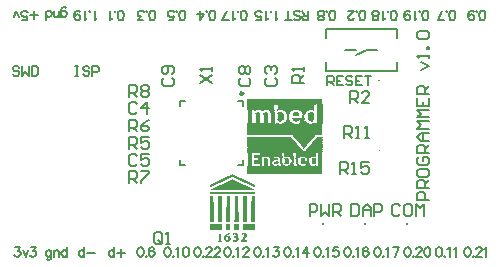
<source format=gto>
G04 Layer_Color=65535*
%FSLAX25Y25*%
%MOIN*%
G70*
G01*
G75*
%ADD23C,0.00787*%
%ADD36C,0.00984*%
%ADD37C,0.00394*%
%ADD38C,0.00500*%
%ADD39C,0.00591*%
%ADD40R,0.00984X0.00984*%
%ADD41R,0.25000X0.00090*%
%ADD42R,0.25000X0.00091*%
%ADD43R,0.01460X0.00091*%
%ADD44R,0.00630X0.00091*%
%ADD45R,0.01360X0.00091*%
%ADD46R,0.01270X0.00091*%
%ADD47R,0.00550X0.00091*%
%ADD48R,0.00360X0.00091*%
%ADD49R,0.02000X0.00091*%
%ADD50R,0.01540X0.00091*%
%ADD51R,0.02270X0.00091*%
%ADD52R,0.00180X0.00091*%
%ADD53R,0.01450X0.00091*%
%ADD54R,0.01090X0.00091*%
%ADD55R,0.00270X0.00091*%
%ADD56R,0.00540X0.00091*%
%ADD57R,0.00090X0.00091*%
%ADD58R,0.01730X0.00091*%
%ADD59R,0.01180X0.00091*%
%ADD60R,0.01820X0.00091*%
%ADD61R,0.00910X0.00091*%
%ADD62R,0.00450X0.00091*%
%ADD63R,0.01550X0.00091*%
%ADD64R,0.01000X0.00091*%
%ADD65R,0.01460X0.00090*%
%ADD66R,0.00630X0.00090*%
%ADD67R,0.01360X0.00090*%
%ADD68R,0.00820X0.00090*%
%ADD69R,0.00450X0.00090*%
%ADD70R,0.01270X0.00090*%
%ADD71R,0.01450X0.00090*%
%ADD72R,0.00730X0.00091*%
%ADD73R,0.00820X0.00091*%
%ADD74R,0.00640X0.00091*%
%ADD75R,0.00370X0.00091*%
%ADD76R,0.02540X0.00091*%
%ADD77R,0.00810X0.00091*%
%ADD78R,0.00720X0.00091*%
%ADD79R,0.01280X0.00091*%
%ADD80R,0.02730X0.00091*%
%ADD81R,0.02540X0.00090*%
%ADD82R,0.00640X0.00090*%
%ADD83R,0.00910X0.00090*%
%ADD84R,0.00730X0.00090*%
%ADD85R,0.00720X0.00090*%
%ADD86R,0.02820X0.00090*%
%ADD87R,0.01370X0.00091*%
%ADD88R,0.02640X0.00091*%
%ADD89R,0.02550X0.00091*%
%ADD90R,0.01190X0.00091*%
%ADD91R,0.01000X0.00090*%
%ADD92R,0.02550X0.00090*%
%ADD93R,0.01090X0.00090*%
%ADD94R,0.00810X0.00090*%
%ADD95R,0.01100X0.00090*%
%ADD96R,0.01100X0.00091*%
%ADD97R,0.00280X0.00091*%
%ADD98R,0.01810X0.00091*%
%ADD99R,0.09450X0.00091*%
%ADD100R,0.03000X0.00091*%
%ADD101R,0.06630X0.00091*%
%ADD102R,0.09450X0.00090*%
%ADD103R,0.03000X0.00090*%
%ADD104R,0.06630X0.00090*%
%ADD105R,0.07540X0.00091*%
%ADD106R,0.07540X0.00090*%
%ADD107R,0.11730X0.00091*%
%ADD108R,0.12100X0.00091*%
%ADD109R,0.03360X0.00091*%
%ADD110R,0.07000X0.00091*%
%ADD111R,0.18730X0.00091*%
%ADD112R,0.05810X0.00091*%
%ADD113R,0.18640X0.00091*%
%ADD114R,0.05720X0.00091*%
%ADD115R,0.18550X0.00091*%
%ADD116R,0.05630X0.00091*%
%ADD117R,0.18460X0.00091*%
%ADD118R,0.05540X0.00091*%
%ADD119R,0.18370X0.00091*%
%ADD120R,0.05450X0.00091*%
%ADD121R,0.18280X0.00091*%
%ADD122R,0.05360X0.00091*%
%ADD123R,0.18190X0.00090*%
%ADD124R,0.05360X0.00090*%
%ADD125R,0.18190X0.00091*%
%ADD126R,0.05270X0.00091*%
%ADD127R,0.18100X0.00091*%
%ADD128R,0.05180X0.00091*%
%ADD129R,0.18000X0.00091*%
%ADD130R,0.05090X0.00091*%
%ADD131R,0.17910X0.00091*%
%ADD132R,0.05000X0.00091*%
%ADD133R,0.17820X0.00091*%
%ADD134R,0.04900X0.00091*%
%ADD135R,0.17730X0.00091*%
%ADD136R,0.04810X0.00091*%
%ADD137R,0.17640X0.00091*%
%ADD138R,0.17550X0.00091*%
%ADD139R,0.04720X0.00091*%
%ADD140R,0.00460X0.00091*%
%ADD141R,0.04630X0.00091*%
%ADD142R,0.17460X0.00091*%
%ADD143R,0.04540X0.00091*%
%ADD144R,0.17370X0.00090*%
%ADD145R,0.04450X0.00090*%
%ADD146R,0.17280X0.00091*%
%ADD147R,0.04360X0.00091*%
%ADD148R,0.17190X0.00091*%
%ADD149R,0.04270X0.00091*%
%ADD150R,0.17100X0.00091*%
%ADD151R,0.17000X0.00091*%
%ADD152R,0.04180X0.00091*%
%ADD153R,0.16910X0.00091*%
%ADD154R,0.04090X0.00091*%
%ADD155R,0.01720X0.00091*%
%ADD156R,0.04000X0.00091*%
%ADD157R,0.16820X0.00091*%
%ADD158R,0.03900X0.00091*%
%ADD159R,0.16730X0.00091*%
%ADD160R,0.03810X0.00091*%
%ADD161R,0.16640X0.00091*%
%ADD162R,0.02180X0.00091*%
%ADD163R,0.03720X0.00091*%
%ADD164R,0.16550X0.00091*%
%ADD165R,0.02280X0.00091*%
%ADD166R,0.16460X0.00090*%
%ADD167R,0.02460X0.00090*%
%ADD168R,0.03630X0.00090*%
%ADD169R,0.16370X0.00091*%
%ADD170R,0.03540X0.00091*%
%ADD171R,0.16280X0.00091*%
%ADD172R,0.02820X0.00091*%
%ADD173R,0.03450X0.00091*%
%ADD174R,0.02910X0.00091*%
%ADD175R,0.16190X0.00091*%
%ADD176R,0.03090X0.00091*%
%ADD177R,0.03270X0.00091*%
%ADD178R,0.16100X0.00091*%
%ADD179R,0.03180X0.00091*%
%ADD180R,0.16000X0.00091*%
%ADD181R,0.15910X0.00091*%
%ADD182R,0.15820X0.00091*%
%ADD183R,0.15730X0.00091*%
%ADD184R,0.03910X0.00091*%
%ADD185R,0.02900X0.00091*%
%ADD186R,0.02810X0.00091*%
%ADD187R,0.15640X0.00090*%
%ADD188R,0.04180X0.00090*%
%ADD189R,0.02720X0.00090*%
%ADD190R,0.15550X0.00091*%
%ADD191R,0.04370X0.00091*%
%ADD192R,0.02630X0.00091*%
%ADD193R,0.15460X0.00091*%
%ADD194R,0.04550X0.00091*%
%ADD195R,0.15370X0.00091*%
%ADD196R,0.04730X0.00091*%
%ADD197R,0.15280X0.00091*%
%ADD198R,0.04820X0.00091*%
%ADD199R,0.02450X0.00091*%
%ADD200R,0.15190X0.00091*%
%ADD201R,0.02360X0.00091*%
%ADD202R,0.15100X0.00091*%
%ADD203R,0.15000X0.00091*%
%ADD204R,0.14910X0.00091*%
%ADD205R,0.02090X0.00091*%
%ADD206R,0.14820X0.00091*%
%ADD207R,0.05820X0.00091*%
%ADD208R,0.14730X0.00090*%
%ADD209R,0.05910X0.00090*%
%ADD210R,0.01900X0.00090*%
%ADD211R,0.14640X0.00091*%
%ADD212R,0.06090X0.00091*%
%ADD213R,0.06180X0.00091*%
%ADD214R,0.06370X0.00091*%
%ADD215R,0.06550X0.00091*%
%ADD216R,0.06730X0.00091*%
%ADD217R,0.06910X0.00091*%
%ADD218R,0.07090X0.00091*%
%ADD219R,0.07180X0.00091*%
%ADD220R,0.07270X0.00091*%
%ADD221R,0.07630X0.00091*%
%ADD222R,0.09000X0.00091*%
%ADD223R,0.03820X0.00091*%
%ADD224R,0.03460X0.00091*%
%ADD225R,0.03280X0.00091*%
%ADD226R,0.01550X0.00090*%
%ADD227R,0.01540X0.00090*%
%ADD228R,0.02090X0.00090*%
%ADD229R,0.01720X0.00090*%
%ADD230R,0.01910X0.00091*%
%ADD231R,0.01640X0.00091*%
%ADD232R,0.01630X0.00091*%
%ADD233R,0.00900X0.00090*%
%ADD234R,0.01640X0.00090*%
%ADD235R,0.01730X0.00090*%
%ADD236R,0.01900X0.00091*%
%ADD237R,0.01810X0.00090*%
%ADD238R,0.01820X0.00090*%
%ADD239R,0.02360X0.00090*%
%ADD240R,0.02270X0.00090*%
%ADD241R,0.00190X0.00091*%
%ADD242R,0.03100X0.00091*%
%ADD243R,0.12090X0.00091*%
%ADD244R,0.09000X0.00090*%
%ADD245R,0.12090X0.00090*%
%ADD246R,0.09370X0.00091*%
%ADD247R,0.12450X0.00091*%
%ADD248R,0.09730X0.00091*%
%ADD249R,0.12810X0.00091*%
G36*
X75020Y21892D02*
Y21855D01*
Y21818D01*
Y21781D01*
Y21744D01*
Y21707D01*
Y21669D01*
Y21632D01*
Y21595D01*
Y21558D01*
Y21521D01*
Y21484D01*
Y21446D01*
Y21409D01*
Y21372D01*
Y21335D01*
Y21298D01*
Y21260D01*
Y21223D01*
Y21186D01*
Y21149D01*
Y21112D01*
Y21075D01*
Y21037D01*
Y21000D01*
Y20963D01*
Y20926D01*
Y20889D01*
Y20852D01*
Y20814D01*
Y20777D01*
Y20740D01*
Y20703D01*
Y20666D01*
Y20628D01*
Y20591D01*
Y20554D01*
Y20517D01*
Y20480D01*
Y20443D01*
Y20405D01*
Y20368D01*
Y20331D01*
Y20294D01*
Y20257D01*
Y20220D01*
Y20182D01*
Y20145D01*
Y20108D01*
Y20071D01*
Y20034D01*
Y19997D01*
Y19959D01*
Y19922D01*
Y19885D01*
Y19848D01*
Y19811D01*
X73607D01*
Y19848D01*
Y19885D01*
Y19922D01*
Y19959D01*
Y19997D01*
Y20034D01*
Y20071D01*
Y20108D01*
Y20145D01*
Y20182D01*
Y20220D01*
Y20257D01*
Y20294D01*
Y20331D01*
Y20368D01*
Y20405D01*
Y20443D01*
Y20480D01*
Y20517D01*
Y20554D01*
Y20591D01*
Y20628D01*
Y20666D01*
Y20703D01*
Y20740D01*
Y20777D01*
Y20814D01*
Y20852D01*
Y20889D01*
Y20926D01*
Y20963D01*
Y21000D01*
Y21037D01*
Y21075D01*
Y21112D01*
Y21149D01*
Y21186D01*
Y21223D01*
Y21260D01*
Y21298D01*
Y21335D01*
Y21372D01*
Y21409D01*
Y21446D01*
Y21484D01*
Y21521D01*
Y21558D01*
Y21595D01*
Y21632D01*
Y21669D01*
Y21707D01*
Y21744D01*
Y21781D01*
Y21818D01*
Y21855D01*
Y21892D01*
Y21930D01*
X75020D01*
Y21892D01*
D02*
G37*
G36*
X72232D02*
X72269D01*
Y21855D01*
Y21818D01*
Y21781D01*
Y21744D01*
Y21707D01*
Y21669D01*
Y21632D01*
Y21595D01*
Y21558D01*
Y21521D01*
Y21484D01*
Y21446D01*
Y21409D01*
Y21372D01*
Y21335D01*
Y21298D01*
Y21260D01*
Y21223D01*
Y21186D01*
Y21149D01*
Y21112D01*
Y21075D01*
Y21037D01*
Y21000D01*
Y20963D01*
Y20926D01*
Y20889D01*
Y20852D01*
Y20814D01*
Y20777D01*
Y20740D01*
Y20703D01*
Y20666D01*
Y20628D01*
Y20591D01*
Y20554D01*
Y20517D01*
Y20480D01*
Y20443D01*
Y20405D01*
Y20368D01*
Y20331D01*
Y20294D01*
Y20257D01*
Y20220D01*
Y20182D01*
Y20145D01*
Y20108D01*
Y20071D01*
Y20034D01*
Y19997D01*
Y19959D01*
Y19922D01*
Y19885D01*
Y19848D01*
X72232D01*
Y19811D01*
X68068D01*
Y19848D01*
Y19885D01*
Y19922D01*
Y19959D01*
Y19997D01*
Y20034D01*
Y20071D01*
Y20108D01*
Y20145D01*
Y20182D01*
Y20220D01*
Y20257D01*
Y20294D01*
Y20331D01*
Y20368D01*
Y20405D01*
Y20443D01*
Y20480D01*
Y20517D01*
Y20554D01*
Y20591D01*
Y20628D01*
Y20666D01*
Y20703D01*
Y20740D01*
Y20777D01*
Y20814D01*
Y20852D01*
Y20889D01*
Y20926D01*
Y20963D01*
Y21000D01*
Y21037D01*
Y21075D01*
Y21112D01*
Y21149D01*
Y21186D01*
Y21223D01*
Y21260D01*
Y21298D01*
Y21335D01*
Y21372D01*
Y21409D01*
Y21446D01*
Y21484D01*
Y21521D01*
Y21558D01*
Y21595D01*
Y21632D01*
Y21669D01*
Y21707D01*
Y21744D01*
Y21781D01*
Y21818D01*
Y21855D01*
Y21892D01*
Y21930D01*
X72232D01*
Y21892D01*
D02*
G37*
G36*
X83310D02*
Y21855D01*
Y21818D01*
Y21781D01*
Y21744D01*
Y21707D01*
Y21669D01*
Y21632D01*
Y21595D01*
Y21558D01*
Y21521D01*
Y21484D01*
Y21446D01*
Y21409D01*
Y21372D01*
Y21335D01*
Y21298D01*
Y21260D01*
Y21223D01*
Y21186D01*
Y21149D01*
Y21112D01*
Y21075D01*
Y21037D01*
Y21000D01*
Y20963D01*
Y20926D01*
Y20889D01*
Y20852D01*
Y20814D01*
Y20777D01*
Y20740D01*
Y20703D01*
Y20666D01*
Y20628D01*
Y20591D01*
Y20554D01*
Y20517D01*
Y20480D01*
Y20443D01*
Y20405D01*
Y20368D01*
Y20331D01*
Y20294D01*
Y20257D01*
Y20220D01*
Y20182D01*
Y20145D01*
Y20108D01*
Y20071D01*
Y20034D01*
Y19997D01*
Y19959D01*
Y19922D01*
Y19885D01*
Y19848D01*
Y19811D01*
X79146D01*
Y19848D01*
X79109D01*
Y19885D01*
Y19922D01*
Y19959D01*
Y19997D01*
Y20034D01*
Y20071D01*
Y20108D01*
Y20145D01*
Y20182D01*
Y20220D01*
Y20257D01*
Y20294D01*
Y20331D01*
Y20368D01*
Y20405D01*
Y20443D01*
Y20480D01*
Y20517D01*
Y20554D01*
Y20591D01*
Y20628D01*
Y20666D01*
Y20703D01*
Y20740D01*
Y20777D01*
Y20814D01*
Y20852D01*
Y20889D01*
Y20926D01*
Y20963D01*
Y21000D01*
Y21037D01*
Y21075D01*
Y21112D01*
Y21149D01*
Y21186D01*
Y21223D01*
Y21260D01*
Y21298D01*
Y21335D01*
Y21372D01*
Y21409D01*
Y21446D01*
Y21484D01*
Y21521D01*
Y21558D01*
Y21595D01*
Y21632D01*
Y21669D01*
Y21707D01*
Y21744D01*
Y21781D01*
Y21818D01*
Y21855D01*
Y21892D01*
X79146D01*
Y21930D01*
X83310D01*
Y21892D01*
D02*
G37*
G36*
X77771D02*
Y21855D01*
Y21818D01*
Y21781D01*
Y21744D01*
Y21707D01*
Y21669D01*
Y21632D01*
Y21595D01*
Y21558D01*
Y21521D01*
Y21484D01*
Y21446D01*
Y21409D01*
Y21372D01*
Y21335D01*
Y21298D01*
Y21260D01*
Y21223D01*
Y21186D01*
Y21149D01*
Y21112D01*
Y21075D01*
Y21037D01*
Y21000D01*
Y20963D01*
Y20926D01*
Y20889D01*
Y20852D01*
Y20814D01*
Y20777D01*
Y20740D01*
Y20703D01*
Y20666D01*
Y20628D01*
Y20591D01*
Y20554D01*
Y20517D01*
Y20480D01*
Y20443D01*
Y20405D01*
Y20368D01*
Y20331D01*
Y20294D01*
Y20257D01*
Y20220D01*
Y20182D01*
Y20145D01*
Y20108D01*
Y20071D01*
Y20034D01*
Y19997D01*
Y19959D01*
Y19922D01*
Y19885D01*
Y19848D01*
Y19811D01*
X76358D01*
Y19848D01*
Y19885D01*
Y19922D01*
Y19959D01*
Y19997D01*
Y20034D01*
Y20071D01*
Y20108D01*
Y20145D01*
Y20182D01*
Y20220D01*
Y20257D01*
Y20294D01*
Y20331D01*
Y20368D01*
Y20405D01*
Y20443D01*
Y20480D01*
Y20517D01*
Y20554D01*
Y20591D01*
Y20628D01*
Y20666D01*
Y20703D01*
Y20740D01*
Y20777D01*
Y20814D01*
Y20852D01*
Y20889D01*
Y20926D01*
Y20963D01*
Y21000D01*
Y21037D01*
Y21075D01*
Y21112D01*
Y21149D01*
Y21186D01*
Y21223D01*
Y21260D01*
Y21298D01*
Y21335D01*
Y21372D01*
Y21409D01*
Y21446D01*
Y21484D01*
Y21521D01*
Y21558D01*
Y21595D01*
Y21632D01*
Y21669D01*
Y21707D01*
Y21744D01*
Y21781D01*
Y21818D01*
Y21855D01*
Y21892D01*
Y21930D01*
X77771D01*
Y21892D01*
D02*
G37*
G36*
X71860Y18807D02*
Y18770D01*
Y18733D01*
Y18695D01*
Y18658D01*
Y18621D01*
Y18584D01*
Y18547D01*
Y18510D01*
Y18472D01*
Y18435D01*
Y18398D01*
Y18361D01*
Y18324D01*
Y18286D01*
Y18249D01*
Y18212D01*
Y18175D01*
Y18138D01*
Y18101D01*
Y18064D01*
Y18026D01*
Y17989D01*
Y17952D01*
Y17915D01*
Y17878D01*
Y17840D01*
Y17803D01*
Y17766D01*
Y17729D01*
Y17692D01*
Y17655D01*
Y17617D01*
Y17580D01*
Y17543D01*
Y17506D01*
Y17469D01*
Y17432D01*
Y17394D01*
Y17357D01*
Y17320D01*
Y17283D01*
Y17246D01*
Y17209D01*
Y17171D01*
Y17134D01*
Y17097D01*
Y17060D01*
Y17023D01*
Y16985D01*
Y16948D01*
Y16911D01*
Y16874D01*
Y16837D01*
Y16800D01*
Y16762D01*
Y16725D01*
Y16688D01*
Y16651D01*
Y16614D01*
Y16577D01*
Y16539D01*
Y16502D01*
Y16465D01*
Y16428D01*
Y16391D01*
X71897D01*
Y16353D01*
Y16316D01*
Y16279D01*
Y16242D01*
Y16205D01*
X71934D01*
Y16168D01*
X71972D01*
Y16130D01*
X72009D01*
Y16093D01*
X72046D01*
Y16056D01*
X72083D01*
Y16019D01*
X70856D01*
Y16056D01*
X70894D01*
Y16093D01*
X70931D01*
Y16130D01*
X70968D01*
Y16168D01*
X71005D01*
Y16205D01*
X71042D01*
Y16242D01*
Y16279D01*
X71079D01*
Y16316D01*
Y16353D01*
Y16391D01*
Y16428D01*
X71117D01*
Y16465D01*
Y16502D01*
Y16539D01*
Y16577D01*
Y16614D01*
Y16651D01*
Y16688D01*
Y16725D01*
Y16762D01*
Y16800D01*
Y16837D01*
Y16874D01*
Y16911D01*
Y16948D01*
Y16985D01*
Y17023D01*
Y17060D01*
Y17097D01*
Y17134D01*
Y17171D01*
Y17209D01*
Y17246D01*
Y17283D01*
Y17320D01*
Y17357D01*
Y17394D01*
Y17432D01*
Y17469D01*
Y17506D01*
Y17543D01*
Y17580D01*
Y17617D01*
Y17655D01*
Y17692D01*
Y17729D01*
Y17766D01*
Y17803D01*
Y17840D01*
Y17878D01*
Y17915D01*
Y17952D01*
Y17989D01*
Y18026D01*
X71042D01*
Y18064D01*
X70894D01*
Y18101D01*
X70745D01*
Y18138D01*
X70708D01*
Y18175D01*
X70745D01*
Y18212D01*
X70856D01*
Y18249D01*
X70968D01*
Y18286D01*
X71042D01*
Y18324D01*
X71154D01*
Y18361D01*
X71228D01*
Y18398D01*
X71302D01*
Y18435D01*
X71377D01*
Y18472D01*
X71414D01*
Y18510D01*
X71488D01*
Y18547D01*
X71526D01*
Y18584D01*
X71563D01*
Y18621D01*
X71637D01*
Y18658D01*
X71674D01*
Y18695D01*
X71711D01*
Y18733D01*
X71749D01*
Y18770D01*
X71786D01*
Y18807D01*
X71823D01*
Y18844D01*
X71860D01*
Y18807D01*
D02*
G37*
G36*
X74871D02*
Y18770D01*
X74834D01*
Y18733D01*
Y18695D01*
X74797D01*
Y18658D01*
Y18621D01*
X74760D01*
Y18584D01*
Y18547D01*
X74722D01*
Y18510D01*
Y18472D01*
X74648D01*
Y18435D01*
X74537D01*
Y18398D01*
X74425D01*
Y18361D01*
X74351D01*
Y18324D01*
X74276D01*
Y18286D01*
X74239D01*
Y18249D01*
X74165D01*
Y18212D01*
X74128D01*
Y18175D01*
X74090D01*
Y18138D01*
X74016D01*
Y18101D01*
X73979D01*
Y18064D01*
X73942D01*
Y18026D01*
Y17989D01*
X73905D01*
Y17952D01*
X73867D01*
Y17915D01*
X73830D01*
Y17878D01*
Y17840D01*
X73793D01*
Y17803D01*
Y17766D01*
X73756D01*
Y17729D01*
Y17692D01*
X73719D01*
Y17655D01*
Y17617D01*
Y17580D01*
X73682D01*
Y17543D01*
Y17506D01*
Y17469D01*
Y17432D01*
X73644D01*
Y17394D01*
Y17357D01*
Y17320D01*
Y17283D01*
Y17246D01*
Y17209D01*
Y17171D01*
Y17134D01*
Y17097D01*
Y17060D01*
Y17023D01*
Y16985D01*
Y16948D01*
Y16911D01*
Y16874D01*
Y16837D01*
Y16800D01*
X73682D01*
Y16762D01*
Y16725D01*
Y16688D01*
X73719D01*
Y16651D01*
Y16614D01*
Y16577D01*
X73756D01*
Y16539D01*
X73793D01*
Y16502D01*
Y16465D01*
X73867D01*
Y16428D01*
X73942D01*
Y16391D01*
X74090D01*
Y16428D01*
X74165D01*
Y16465D01*
X74202D01*
Y16502D01*
X74239D01*
Y16539D01*
Y16577D01*
X74276D01*
Y16614D01*
Y16651D01*
Y16688D01*
X74313D01*
Y16725D01*
Y16762D01*
Y16800D01*
Y16837D01*
Y16874D01*
Y16911D01*
Y16948D01*
Y16985D01*
Y17023D01*
Y17060D01*
Y17097D01*
Y17134D01*
X74276D01*
Y17171D01*
Y17209D01*
Y17246D01*
X74239D01*
Y17283D01*
Y17320D01*
X74202D01*
Y17357D01*
X74165D01*
Y17394D01*
X74128D01*
Y17432D01*
X74016D01*
Y17469D01*
X73867D01*
Y17432D01*
X73756D01*
Y17469D01*
X73793D01*
Y17506D01*
Y17543D01*
X73830D01*
Y17580D01*
X73867D01*
Y17617D01*
X73905D01*
Y17655D01*
Y17692D01*
X73942D01*
Y17729D01*
X73979D01*
Y17766D01*
X74016D01*
Y17803D01*
Y17840D01*
X74053D01*
Y17878D01*
X74388D01*
Y17840D01*
X74537D01*
Y17803D01*
X74611D01*
Y17766D01*
X74685D01*
Y17729D01*
X74722D01*
Y17692D01*
X74797D01*
Y17655D01*
X74834D01*
Y17617D01*
X74871D01*
Y17580D01*
Y17543D01*
X74908D01*
Y17506D01*
X74945D01*
Y17469D01*
Y17432D01*
X74983D01*
Y17394D01*
Y17357D01*
X75020D01*
Y17320D01*
Y17283D01*
Y17246D01*
X75057D01*
Y17209D01*
Y17171D01*
Y17134D01*
Y17097D01*
Y17060D01*
X75094D01*
Y17023D01*
Y16985D01*
Y16948D01*
Y16911D01*
Y16874D01*
X75057D01*
Y16837D01*
Y16800D01*
Y16762D01*
Y16725D01*
Y16688D01*
Y16651D01*
X75020D01*
Y16614D01*
Y16577D01*
Y16539D01*
X74983D01*
Y16502D01*
Y16465D01*
X74945D01*
Y16428D01*
X74908D01*
Y16391D01*
Y16353D01*
X74871D01*
Y16316D01*
X74834D01*
Y16279D01*
X74797D01*
Y16242D01*
X74760D01*
Y16205D01*
X74722D01*
Y16168D01*
X74685D01*
Y16130D01*
X74611D01*
Y16093D01*
X74537D01*
Y16056D01*
X74462D01*
Y16019D01*
X74351D01*
Y15982D01*
X74202D01*
Y15945D01*
X73793D01*
Y15982D01*
X73607D01*
Y16019D01*
X73496D01*
Y16056D01*
X73421D01*
Y16093D01*
X73384D01*
Y16130D01*
X73310D01*
Y16168D01*
X73273D01*
Y16205D01*
X73235D01*
Y16242D01*
X73161D01*
Y16279D01*
Y16316D01*
X73124D01*
Y16353D01*
X73087D01*
Y16391D01*
X73050D01*
Y16428D01*
Y16465D01*
X73012D01*
Y16502D01*
X72975D01*
Y16539D01*
Y16577D01*
Y16614D01*
X72938D01*
Y16651D01*
Y16688D01*
Y16725D01*
X72901D01*
Y16762D01*
Y16800D01*
Y16837D01*
Y16874D01*
X72864D01*
Y16911D01*
Y16948D01*
Y16985D01*
Y17023D01*
Y17060D01*
Y17097D01*
Y17134D01*
Y17171D01*
Y17209D01*
Y17246D01*
Y17283D01*
Y17320D01*
Y17357D01*
Y17394D01*
X72901D01*
Y17432D01*
Y17469D01*
Y17506D01*
Y17543D01*
Y17580D01*
X72938D01*
Y17617D01*
Y17655D01*
Y17692D01*
X72975D01*
Y17729D01*
Y17766D01*
X73012D01*
Y17803D01*
Y17840D01*
X73050D01*
Y17878D01*
Y17915D01*
X73087D01*
Y17952D01*
Y17989D01*
X73124D01*
Y18026D01*
X73161D01*
Y18064D01*
Y18101D01*
X73198D01*
Y18138D01*
X73235D01*
Y18175D01*
X73273D01*
Y18212D01*
X73310D01*
Y18249D01*
X73347D01*
Y18286D01*
X73384D01*
Y18324D01*
X73421D01*
Y18361D01*
X73458D01*
Y18398D01*
X73533D01*
Y18435D01*
X73570D01*
Y18472D01*
X73607D01*
Y18510D01*
X73682D01*
Y18547D01*
X73756D01*
Y18584D01*
X73793D01*
Y18621D01*
X73867D01*
Y18658D01*
X73979D01*
Y18695D01*
X74053D01*
Y18733D01*
X74165D01*
Y18770D01*
X74313D01*
Y18807D01*
X74537D01*
Y18844D01*
X74871D01*
Y18807D01*
D02*
G37*
G36*
X76990D02*
X77139D01*
Y18770D01*
X77250D01*
Y18733D01*
X77325D01*
Y18695D01*
X77399D01*
Y18658D01*
X77436D01*
Y18621D01*
X77510D01*
Y18584D01*
X77548D01*
Y18547D01*
Y18510D01*
X77585D01*
Y18472D01*
X77622D01*
Y18435D01*
Y18398D01*
X77659D01*
Y18361D01*
Y18324D01*
Y18286D01*
X77696D01*
Y18249D01*
Y18212D01*
Y18175D01*
Y18138D01*
Y18101D01*
Y18064D01*
X77659D01*
Y18026D01*
Y17989D01*
Y17952D01*
X77622D01*
Y17915D01*
Y17878D01*
X77585D01*
Y17840D01*
X77548D01*
Y17803D01*
X77510D01*
Y17766D01*
X77473D01*
Y17729D01*
X77436D01*
Y17692D01*
X77399D01*
Y17655D01*
X77325D01*
Y17617D01*
Y17580D01*
X77399D01*
Y17543D01*
X77473D01*
Y17506D01*
X77548D01*
Y17469D01*
X77585D01*
Y17432D01*
X77622D01*
Y17394D01*
X77659D01*
Y17357D01*
X77696D01*
Y17320D01*
X77734D01*
Y17283D01*
X77771D01*
Y17246D01*
Y17209D01*
X77808D01*
Y17171D01*
Y17134D01*
Y17097D01*
X77845D01*
Y17060D01*
Y17023D01*
Y16985D01*
Y16948D01*
Y16911D01*
Y16874D01*
Y16837D01*
Y16800D01*
Y16762D01*
Y16725D01*
Y16688D01*
Y16651D01*
X77808D01*
Y16614D01*
Y16577D01*
Y16539D01*
X77771D01*
Y16502D01*
Y16465D01*
X77734D01*
Y16428D01*
X77696D01*
Y16391D01*
Y16353D01*
X77659D01*
Y16316D01*
X77622D01*
Y16279D01*
X77585D01*
Y16242D01*
X77510D01*
Y16205D01*
X77473D01*
Y16168D01*
X77399D01*
Y16130D01*
X77325D01*
Y16093D01*
X77250D01*
Y16056D01*
X77139D01*
Y16019D01*
X77027D01*
Y15982D01*
X76841D01*
Y15945D01*
X76321D01*
Y15982D01*
X76061D01*
Y16019D01*
X75949D01*
Y16056D01*
Y16093D01*
X75912D01*
Y16130D01*
Y16168D01*
Y16205D01*
Y16242D01*
X75875D01*
Y16279D01*
Y16316D01*
Y16353D01*
Y16391D01*
Y16428D01*
X75838D01*
Y16465D01*
Y16502D01*
Y16539D01*
Y16577D01*
X75875D01*
Y16539D01*
X75949D01*
Y16502D01*
X76024D01*
Y16465D01*
X76135D01*
Y16428D01*
X76321D01*
Y16391D01*
X76618D01*
Y16428D01*
X76730D01*
Y16465D01*
X76804D01*
Y16502D01*
X76841D01*
Y16539D01*
X76878D01*
Y16577D01*
X76916D01*
Y16614D01*
X76953D01*
Y16651D01*
Y16688D01*
X76990D01*
Y16725D01*
Y16762D01*
X77027D01*
Y16800D01*
Y16837D01*
Y16874D01*
Y16911D01*
Y16948D01*
Y16985D01*
X76990D01*
Y17023D01*
Y17060D01*
Y17097D01*
X76953D01*
Y17134D01*
X76916D01*
Y17171D01*
X76878D01*
Y17209D01*
X76841D01*
Y17246D01*
X76804D01*
Y17283D01*
X76693D01*
Y17320D01*
X76209D01*
Y17357D01*
Y17394D01*
Y17432D01*
Y17469D01*
Y17506D01*
Y17543D01*
Y17580D01*
Y17617D01*
Y17655D01*
Y17692D01*
Y17729D01*
X76507D01*
Y17766D01*
X76656D01*
Y17803D01*
X76730D01*
Y17840D01*
X76767D01*
Y17878D01*
X76804D01*
Y17915D01*
X76841D01*
Y17952D01*
Y17989D01*
Y18026D01*
X76878D01*
Y18064D01*
Y18101D01*
Y18138D01*
Y18175D01*
X76841D01*
Y18212D01*
Y18249D01*
X76804D01*
Y18286D01*
Y18324D01*
X76767D01*
Y18361D01*
X76693D01*
Y18398D01*
X76544D01*
Y18435D01*
X76395D01*
Y18398D01*
X76247D01*
Y18361D01*
X76135D01*
Y18324D01*
X76024D01*
Y18286D01*
X75949D01*
Y18249D01*
X75912D01*
Y18286D01*
Y18324D01*
Y18361D01*
Y18398D01*
X75949D01*
Y18435D01*
Y18472D01*
Y18510D01*
X75986D01*
Y18547D01*
Y18584D01*
Y18621D01*
Y18658D01*
X76024D01*
Y18695D01*
Y18733D01*
X76061D01*
Y18770D01*
X76209D01*
Y18807D01*
X76433D01*
Y18844D01*
X76990D01*
Y18807D01*
D02*
G37*
G36*
X79815D02*
X79964D01*
Y18770D01*
X80038D01*
Y18733D01*
X80113D01*
Y18695D01*
X80187D01*
Y18658D01*
X80224D01*
Y18621D01*
X80261D01*
Y18584D01*
X80299D01*
Y18547D01*
X80336D01*
Y18510D01*
X80373D01*
Y18472D01*
X80410D01*
Y18435D01*
Y18398D01*
X80447D01*
Y18361D01*
Y18324D01*
Y18286D01*
Y18249D01*
X80484D01*
Y18212D01*
Y18175D01*
Y18138D01*
Y18101D01*
Y18064D01*
Y18026D01*
X80447D01*
Y17989D01*
Y17952D01*
Y17915D01*
Y17878D01*
X80410D01*
Y17840D01*
Y17803D01*
Y17766D01*
X80373D01*
Y17729D01*
Y17692D01*
X80336D01*
Y17655D01*
Y17617D01*
X80299D01*
Y17580D01*
Y17543D01*
X80261D01*
Y17506D01*
Y17469D01*
X80224D01*
Y17432D01*
Y17394D01*
X80187D01*
Y17357D01*
Y17320D01*
X80150D01*
Y17283D01*
Y17246D01*
X80113D01*
Y17209D01*
X80076D01*
Y17171D01*
Y17134D01*
X80038D01*
Y17097D01*
X80001D01*
Y17060D01*
Y17023D01*
X79964D01*
Y16985D01*
X79927D01*
Y16948D01*
Y16911D01*
X79890D01*
Y16874D01*
Y16837D01*
X79852D01*
Y16800D01*
X79815D01*
Y16762D01*
Y16725D01*
X79778D01*
Y16688D01*
X79741D01*
Y16651D01*
Y16614D01*
X79704D01*
Y16577D01*
X79667D01*
Y16539D01*
Y16502D01*
X79629D01*
Y16465D01*
X79815D01*
Y16428D01*
X80038D01*
Y16465D01*
X80261D01*
Y16502D01*
X80373D01*
Y16539D01*
X80484D01*
Y16577D01*
X80559D01*
Y16614D01*
X80633D01*
Y16651D01*
X80670D01*
Y16614D01*
Y16577D01*
Y16539D01*
Y16502D01*
X80633D01*
Y16465D01*
Y16428D01*
Y16391D01*
X80596D01*
Y16353D01*
Y16316D01*
Y16279D01*
X80559D01*
Y16242D01*
Y16205D01*
Y16168D01*
X80522D01*
Y16130D01*
Y16093D01*
Y16056D01*
X80484D01*
Y16019D01*
X78477D01*
Y16056D01*
X78514D01*
Y16093D01*
X78551D01*
Y16130D01*
Y16168D01*
X78589D01*
Y16205D01*
Y16242D01*
X78626D01*
Y16279D01*
X78663D01*
Y16316D01*
Y16353D01*
X78700D01*
Y16391D01*
Y16428D01*
X78737D01*
Y16465D01*
X78774D01*
Y16502D01*
Y16539D01*
X78812D01*
Y16577D01*
X78849D01*
Y16614D01*
Y16651D01*
X78886D01*
Y16688D01*
Y16725D01*
X78923D01*
Y16762D01*
X78960D01*
Y16800D01*
Y16837D01*
X78997D01*
Y16874D01*
Y16911D01*
X79035D01*
Y16948D01*
X79072D01*
Y16985D01*
Y17023D01*
X79109D01*
Y17060D01*
Y17097D01*
X79146D01*
Y17134D01*
X79183D01*
Y17171D01*
Y17209D01*
X79220D01*
Y17246D01*
Y17283D01*
X79258D01*
Y17320D01*
Y17357D01*
X79295D01*
Y17394D01*
Y17432D01*
X79332D01*
Y17469D01*
Y17506D01*
X79369D01*
Y17543D01*
X79406D01*
Y17580D01*
Y17617D01*
X79444D01*
Y17655D01*
Y17692D01*
X79481D01*
Y17729D01*
Y17766D01*
X79518D01*
Y17803D01*
Y17840D01*
X79555D01*
Y17878D01*
Y17915D01*
X79592D01*
Y17952D01*
Y17989D01*
Y18026D01*
Y18064D01*
X79629D01*
Y18101D01*
Y18138D01*
Y18175D01*
X79592D01*
Y18212D01*
Y18249D01*
Y18286D01*
X79555D01*
Y18324D01*
X79481D01*
Y18361D01*
X79406D01*
Y18398D01*
X79295D01*
Y18361D01*
X79109D01*
Y18324D01*
X78997D01*
Y18286D01*
X78923D01*
Y18249D01*
X78886D01*
Y18212D01*
X78812D01*
Y18175D01*
X78774D01*
Y18138D01*
X78700D01*
Y18101D01*
X78663D01*
Y18138D01*
Y18175D01*
Y18212D01*
X78700D01*
Y18249D01*
Y18286D01*
Y18324D01*
X78737D01*
Y18361D01*
Y18398D01*
Y18435D01*
X78774D01*
Y18472D01*
Y18510D01*
Y18547D01*
X78812D01*
Y18584D01*
Y18621D01*
Y18658D01*
Y18695D01*
X78849D01*
Y18733D01*
X78960D01*
Y18770D01*
X79109D01*
Y18807D01*
X79295D01*
Y18844D01*
X79815D01*
Y18807D01*
D02*
G37*
G36*
X69295Y31223D02*
X69332D01*
Y31186D01*
Y31149D01*
Y31112D01*
Y31074D01*
Y31037D01*
Y31000D01*
Y30963D01*
Y30926D01*
Y30889D01*
Y30851D01*
Y30814D01*
Y30777D01*
Y30740D01*
Y30703D01*
Y30665D01*
Y30628D01*
Y30591D01*
Y30554D01*
Y30517D01*
Y30480D01*
Y30443D01*
Y30405D01*
Y30368D01*
Y30331D01*
Y30294D01*
Y30257D01*
Y30219D01*
Y30182D01*
Y30145D01*
Y30108D01*
Y30071D01*
Y30034D01*
Y29996D01*
Y29959D01*
Y29922D01*
Y29885D01*
Y29848D01*
Y29811D01*
Y29773D01*
Y29736D01*
Y29699D01*
Y29662D01*
Y29625D01*
Y29588D01*
Y29550D01*
Y29513D01*
Y29476D01*
Y29439D01*
Y29402D01*
Y29364D01*
X69369D01*
Y29327D01*
Y29290D01*
Y29253D01*
Y29216D01*
Y29179D01*
Y29141D01*
Y29104D01*
Y29067D01*
Y29030D01*
Y28993D01*
Y28956D01*
Y28918D01*
Y28881D01*
Y28844D01*
Y28807D01*
Y28770D01*
Y28732D01*
Y28695D01*
Y28658D01*
Y28621D01*
Y28584D01*
Y28547D01*
Y28509D01*
Y28472D01*
Y28435D01*
Y28398D01*
Y28361D01*
Y28324D01*
Y28286D01*
Y28249D01*
Y28212D01*
Y28175D01*
Y28138D01*
Y28100D01*
Y28063D01*
Y28026D01*
Y27989D01*
Y27952D01*
Y27915D01*
Y27878D01*
Y27840D01*
Y27803D01*
Y27766D01*
Y27729D01*
Y27692D01*
Y27654D01*
Y27617D01*
Y27580D01*
Y27543D01*
Y27506D01*
X69406D01*
Y27468D01*
Y27431D01*
Y27394D01*
Y27357D01*
Y27320D01*
Y27283D01*
Y27246D01*
Y27208D01*
Y27171D01*
Y27134D01*
Y27097D01*
Y27060D01*
Y27022D01*
Y26985D01*
Y26948D01*
Y26911D01*
Y26874D01*
Y26837D01*
Y26799D01*
Y26762D01*
Y26725D01*
Y26688D01*
Y26651D01*
Y26614D01*
Y26576D01*
Y26539D01*
Y26502D01*
Y26465D01*
Y26428D01*
Y26390D01*
Y26353D01*
Y26316D01*
Y26279D01*
Y26242D01*
Y26205D01*
Y26168D01*
Y26130D01*
Y26093D01*
Y26056D01*
Y26019D01*
Y25982D01*
Y25944D01*
Y25907D01*
Y25870D01*
Y25833D01*
Y25796D01*
Y25758D01*
Y25721D01*
Y25684D01*
Y25647D01*
X69444D01*
Y25610D01*
Y25573D01*
Y25536D01*
Y25498D01*
Y25461D01*
Y25424D01*
Y25387D01*
Y25350D01*
Y25312D01*
Y25275D01*
Y25238D01*
Y25201D01*
Y25164D01*
Y25127D01*
Y25089D01*
Y25052D01*
Y25015D01*
Y24978D01*
Y24941D01*
Y24904D01*
Y24866D01*
Y24829D01*
Y24792D01*
Y24755D01*
Y24718D01*
Y24680D01*
Y24643D01*
Y24606D01*
Y24569D01*
Y24532D01*
Y24495D01*
Y24457D01*
Y24420D01*
Y24383D01*
Y24346D01*
Y24309D01*
Y24272D01*
Y24234D01*
Y24197D01*
Y24160D01*
Y24123D01*
Y24086D01*
Y24048D01*
Y24011D01*
Y23974D01*
Y23937D01*
Y23900D01*
Y23863D01*
Y23825D01*
Y23788D01*
X69481D01*
Y23751D01*
Y23714D01*
Y23677D01*
Y23640D01*
Y23602D01*
Y23565D01*
Y23528D01*
Y23491D01*
Y23454D01*
Y23417D01*
Y23379D01*
Y23342D01*
Y23305D01*
Y23268D01*
Y23231D01*
Y23193D01*
Y23156D01*
Y23119D01*
Y23082D01*
Y23045D01*
Y23008D01*
Y22971D01*
Y22933D01*
Y22896D01*
Y22859D01*
Y22822D01*
Y22785D01*
Y22747D01*
Y22710D01*
Y22673D01*
Y22636D01*
Y22599D01*
Y22561D01*
X68068D01*
Y22599D01*
Y22636D01*
Y22673D01*
Y22710D01*
Y22747D01*
Y22785D01*
Y22822D01*
Y22859D01*
Y22896D01*
Y22933D01*
Y22971D01*
Y23008D01*
Y23045D01*
Y23082D01*
Y23119D01*
Y23156D01*
Y23193D01*
Y23231D01*
Y23268D01*
Y23305D01*
Y23342D01*
Y23379D01*
Y23417D01*
Y23454D01*
X68105D01*
Y23491D01*
Y23528D01*
Y23565D01*
Y23602D01*
Y23640D01*
Y23677D01*
Y23714D01*
Y23751D01*
Y23788D01*
Y23825D01*
Y23863D01*
Y23900D01*
Y23937D01*
Y23974D01*
Y24011D01*
Y24048D01*
Y24086D01*
Y24123D01*
Y24160D01*
Y24197D01*
Y24234D01*
Y24272D01*
Y24309D01*
Y24346D01*
Y24383D01*
Y24420D01*
Y24457D01*
Y24495D01*
Y24532D01*
Y24569D01*
Y24606D01*
Y24643D01*
Y24680D01*
Y24718D01*
Y24755D01*
Y24792D01*
Y24829D01*
Y24866D01*
Y24904D01*
Y24941D01*
Y24978D01*
Y25015D01*
Y25052D01*
Y25089D01*
Y25127D01*
Y25164D01*
Y25201D01*
Y25238D01*
Y25275D01*
Y25312D01*
X68143D01*
Y25350D01*
Y25387D01*
Y25424D01*
Y25461D01*
Y25498D01*
Y25536D01*
Y25573D01*
Y25610D01*
Y25647D01*
Y25684D01*
Y25721D01*
Y25758D01*
Y25796D01*
Y25833D01*
Y25870D01*
Y25907D01*
Y25944D01*
Y25982D01*
Y26019D01*
Y26056D01*
Y26093D01*
Y26130D01*
Y26168D01*
Y26205D01*
Y26242D01*
Y26279D01*
Y26316D01*
Y26353D01*
Y26390D01*
Y26428D01*
Y26465D01*
Y26502D01*
Y26539D01*
Y26576D01*
Y26614D01*
Y26651D01*
Y26688D01*
Y26725D01*
Y26762D01*
Y26799D01*
Y26837D01*
Y26874D01*
Y26911D01*
Y26948D01*
Y26985D01*
Y27022D01*
Y27060D01*
Y27097D01*
Y27134D01*
Y27171D01*
X68180D01*
Y27208D01*
Y27246D01*
Y27283D01*
Y27320D01*
Y27357D01*
Y27394D01*
Y27431D01*
Y27468D01*
Y27506D01*
Y27543D01*
Y27580D01*
Y27617D01*
Y27654D01*
Y27692D01*
Y27729D01*
Y27766D01*
Y27803D01*
Y27840D01*
Y27878D01*
Y27915D01*
Y27952D01*
Y27989D01*
Y28026D01*
Y28063D01*
Y28100D01*
Y28138D01*
Y28175D01*
Y28212D01*
Y28249D01*
Y28286D01*
Y28324D01*
Y28361D01*
Y28398D01*
Y28435D01*
Y28472D01*
Y28509D01*
Y28547D01*
Y28584D01*
Y28621D01*
Y28658D01*
Y28695D01*
Y28732D01*
Y28770D01*
Y28807D01*
Y28844D01*
Y28881D01*
Y28918D01*
Y28956D01*
Y28993D01*
Y29030D01*
X68217D01*
Y29067D01*
Y29104D01*
Y29141D01*
Y29179D01*
Y29216D01*
Y29253D01*
Y29290D01*
Y29327D01*
Y29364D01*
Y29402D01*
Y29439D01*
Y29476D01*
Y29513D01*
Y29550D01*
Y29588D01*
Y29625D01*
Y29662D01*
Y29699D01*
Y29736D01*
Y29773D01*
Y29811D01*
Y29848D01*
Y29885D01*
Y29922D01*
Y29959D01*
Y29996D01*
Y30034D01*
Y30071D01*
Y30108D01*
Y30145D01*
Y30182D01*
Y30219D01*
Y30257D01*
Y30294D01*
Y30331D01*
Y30368D01*
Y30405D01*
Y30443D01*
Y30480D01*
Y30517D01*
Y30554D01*
Y30591D01*
Y30628D01*
Y30665D01*
Y30703D01*
Y30740D01*
Y30777D01*
Y30814D01*
Y30851D01*
Y30889D01*
X68254D01*
Y30926D01*
Y30963D01*
Y31000D01*
Y31037D01*
Y31074D01*
Y31112D01*
Y31149D01*
Y31186D01*
Y31223D01*
Y31260D01*
X69295D01*
Y31223D01*
D02*
G37*
G36*
X83310Y32599D02*
Y32561D01*
Y32524D01*
Y32487D01*
Y32450D01*
Y32413D01*
Y32375D01*
Y32338D01*
Y32301D01*
Y32264D01*
Y32227D01*
Y32190D01*
Y32153D01*
Y32115D01*
Y32078D01*
Y32041D01*
Y32004D01*
Y31967D01*
Y31929D01*
Y31892D01*
X68068D01*
Y31929D01*
Y31967D01*
Y32004D01*
Y32041D01*
Y32078D01*
Y32115D01*
Y32153D01*
Y32190D01*
Y32227D01*
Y32264D01*
Y32301D01*
Y32338D01*
Y32375D01*
Y32413D01*
Y32450D01*
Y32487D01*
Y32524D01*
Y32561D01*
Y32599D01*
Y32636D01*
X83310D01*
Y32599D01*
D02*
G37*
G36*
X83124Y31223D02*
Y31186D01*
Y31149D01*
Y31112D01*
Y31074D01*
Y31037D01*
Y31000D01*
Y30963D01*
Y30926D01*
Y30889D01*
X83161D01*
Y30851D01*
Y30814D01*
Y30777D01*
Y30740D01*
Y30703D01*
Y30665D01*
Y30628D01*
Y30591D01*
Y30554D01*
Y30517D01*
Y30480D01*
Y30443D01*
Y30405D01*
Y30368D01*
Y30331D01*
Y30294D01*
Y30257D01*
Y30219D01*
Y30182D01*
Y30145D01*
Y30108D01*
Y30071D01*
Y30034D01*
Y29996D01*
Y29959D01*
Y29922D01*
Y29885D01*
Y29848D01*
Y29811D01*
Y29773D01*
Y29736D01*
Y29699D01*
Y29662D01*
Y29625D01*
Y29588D01*
Y29550D01*
Y29513D01*
Y29476D01*
Y29439D01*
Y29402D01*
Y29364D01*
Y29327D01*
Y29290D01*
Y29253D01*
Y29216D01*
Y29179D01*
Y29141D01*
Y29104D01*
Y29067D01*
Y29030D01*
X83198D01*
Y28993D01*
Y28956D01*
Y28918D01*
Y28881D01*
Y28844D01*
Y28807D01*
Y28770D01*
Y28732D01*
Y28695D01*
Y28658D01*
Y28621D01*
Y28584D01*
Y28547D01*
Y28509D01*
Y28472D01*
Y28435D01*
Y28398D01*
Y28361D01*
Y28324D01*
Y28286D01*
Y28249D01*
Y28212D01*
Y28175D01*
Y28138D01*
Y28100D01*
Y28063D01*
Y28026D01*
Y27989D01*
Y27952D01*
Y27915D01*
Y27878D01*
Y27840D01*
Y27803D01*
Y27766D01*
Y27729D01*
Y27692D01*
Y27654D01*
Y27617D01*
Y27580D01*
Y27543D01*
Y27506D01*
Y27468D01*
Y27431D01*
Y27394D01*
Y27357D01*
Y27320D01*
Y27283D01*
Y27246D01*
Y27208D01*
Y27171D01*
X83235D01*
Y27134D01*
Y27097D01*
Y27060D01*
Y27022D01*
Y26985D01*
Y26948D01*
Y26911D01*
Y26874D01*
Y26837D01*
Y26799D01*
Y26762D01*
Y26725D01*
Y26688D01*
Y26651D01*
Y26614D01*
Y26576D01*
Y26539D01*
Y26502D01*
Y26465D01*
Y26428D01*
Y26390D01*
Y26353D01*
Y26316D01*
Y26279D01*
Y26242D01*
Y26205D01*
Y26168D01*
Y26130D01*
Y26093D01*
Y26056D01*
Y26019D01*
Y25982D01*
Y25944D01*
Y25907D01*
Y25870D01*
Y25833D01*
Y25796D01*
Y25758D01*
Y25721D01*
Y25684D01*
Y25647D01*
Y25610D01*
Y25573D01*
Y25536D01*
Y25498D01*
Y25461D01*
Y25424D01*
Y25387D01*
Y25350D01*
Y25312D01*
X83272D01*
Y25275D01*
Y25238D01*
Y25201D01*
Y25164D01*
Y25127D01*
Y25089D01*
Y25052D01*
Y25015D01*
Y24978D01*
Y24941D01*
Y24904D01*
Y24866D01*
Y24829D01*
Y24792D01*
Y24755D01*
Y24718D01*
Y24680D01*
Y24643D01*
Y24606D01*
Y24569D01*
Y24532D01*
Y24495D01*
Y24457D01*
Y24420D01*
Y24383D01*
Y24346D01*
Y24309D01*
Y24272D01*
Y24234D01*
Y24197D01*
Y24160D01*
Y24123D01*
Y24086D01*
Y24048D01*
Y24011D01*
Y23974D01*
Y23937D01*
Y23900D01*
Y23863D01*
Y23825D01*
Y23788D01*
Y23751D01*
Y23714D01*
Y23677D01*
Y23640D01*
Y23602D01*
Y23565D01*
Y23528D01*
Y23491D01*
Y23454D01*
Y23417D01*
X83310D01*
Y23379D01*
Y23342D01*
Y23305D01*
Y23268D01*
Y23231D01*
Y23193D01*
Y23156D01*
Y23119D01*
Y23082D01*
Y23045D01*
Y23008D01*
Y22971D01*
Y22933D01*
Y22896D01*
Y22859D01*
Y22822D01*
Y22785D01*
Y22747D01*
Y22710D01*
Y22673D01*
Y22636D01*
Y22599D01*
Y22561D01*
X81897D01*
Y22599D01*
Y22636D01*
Y22673D01*
Y22710D01*
Y22747D01*
Y22785D01*
Y22822D01*
Y22859D01*
Y22896D01*
Y22933D01*
Y22971D01*
Y23008D01*
Y23045D01*
Y23082D01*
Y23119D01*
Y23156D01*
Y23193D01*
Y23231D01*
Y23268D01*
Y23305D01*
Y23342D01*
Y23379D01*
Y23417D01*
Y23454D01*
Y23491D01*
Y23528D01*
Y23565D01*
Y23602D01*
Y23640D01*
Y23677D01*
Y23714D01*
Y23751D01*
X81934D01*
Y23788D01*
Y23825D01*
Y23863D01*
Y23900D01*
Y23937D01*
Y23974D01*
Y24011D01*
Y24048D01*
Y24086D01*
Y24123D01*
Y24160D01*
Y24197D01*
Y24234D01*
Y24272D01*
Y24309D01*
Y24346D01*
Y24383D01*
Y24420D01*
Y24457D01*
Y24495D01*
Y24532D01*
Y24569D01*
Y24606D01*
Y24643D01*
Y24680D01*
Y24718D01*
Y24755D01*
Y24792D01*
Y24829D01*
Y24866D01*
Y24904D01*
Y24941D01*
Y24978D01*
Y25015D01*
Y25052D01*
Y25089D01*
Y25127D01*
Y25164D01*
Y25201D01*
Y25238D01*
Y25275D01*
Y25312D01*
Y25350D01*
Y25387D01*
Y25424D01*
Y25461D01*
Y25498D01*
Y25536D01*
Y25573D01*
Y25610D01*
Y25647D01*
X81971D01*
Y25684D01*
Y25721D01*
Y25758D01*
Y25796D01*
Y25833D01*
Y25870D01*
Y25907D01*
Y25944D01*
Y25982D01*
Y26019D01*
Y26056D01*
Y26093D01*
Y26130D01*
Y26168D01*
Y26205D01*
Y26242D01*
Y26279D01*
Y26316D01*
Y26353D01*
Y26390D01*
Y26428D01*
Y26465D01*
Y26502D01*
Y26539D01*
Y26576D01*
Y26614D01*
Y26651D01*
Y26688D01*
Y26725D01*
Y26762D01*
Y26799D01*
Y26837D01*
Y26874D01*
Y26911D01*
Y26948D01*
Y26985D01*
Y27022D01*
Y27060D01*
Y27097D01*
Y27134D01*
Y27171D01*
Y27208D01*
Y27246D01*
Y27283D01*
Y27320D01*
Y27357D01*
Y27394D01*
Y27431D01*
Y27468D01*
Y27506D01*
X82009D01*
Y27543D01*
Y27580D01*
Y27617D01*
Y27654D01*
Y27692D01*
Y27729D01*
Y27766D01*
Y27803D01*
Y27840D01*
Y27878D01*
Y27915D01*
Y27952D01*
Y27989D01*
Y28026D01*
Y28063D01*
Y28100D01*
Y28138D01*
Y28175D01*
Y28212D01*
Y28249D01*
Y28286D01*
Y28324D01*
Y28361D01*
Y28398D01*
Y28435D01*
Y28472D01*
Y28509D01*
Y28547D01*
Y28584D01*
Y28621D01*
Y28658D01*
Y28695D01*
Y28732D01*
Y28770D01*
Y28807D01*
Y28844D01*
Y28881D01*
Y28918D01*
Y28956D01*
Y28993D01*
Y29030D01*
Y29067D01*
Y29104D01*
Y29141D01*
Y29179D01*
Y29216D01*
Y29253D01*
Y29290D01*
Y29327D01*
Y29364D01*
Y29402D01*
X82046D01*
Y29439D01*
Y29476D01*
Y29513D01*
Y29550D01*
Y29588D01*
Y29625D01*
Y29662D01*
Y29699D01*
Y29736D01*
Y29773D01*
Y29811D01*
Y29848D01*
Y29885D01*
Y29922D01*
Y29959D01*
Y29996D01*
Y30034D01*
Y30071D01*
Y30108D01*
Y30145D01*
Y30182D01*
Y30219D01*
Y30257D01*
Y30294D01*
Y30331D01*
Y30368D01*
Y30405D01*
Y30443D01*
Y30480D01*
Y30517D01*
Y30554D01*
Y30591D01*
Y30628D01*
Y30665D01*
Y30703D01*
Y30740D01*
Y30777D01*
Y30814D01*
Y30851D01*
Y30889D01*
Y30926D01*
Y30963D01*
Y31000D01*
Y31037D01*
Y31074D01*
Y31112D01*
Y31149D01*
Y31186D01*
Y31223D01*
X82083D01*
Y31260D01*
X83124D01*
Y31223D01*
D02*
G37*
G36*
X75726Y38472D02*
X75801D01*
Y38435D01*
X75875D01*
Y38398D01*
X75949D01*
Y38361D01*
X76024D01*
Y38323D01*
X76098D01*
Y38286D01*
X76172D01*
Y38249D01*
X76247D01*
Y38212D01*
X76321D01*
Y38175D01*
X76395D01*
Y38138D01*
X76507D01*
Y38100D01*
X76581D01*
Y38063D01*
X76656D01*
Y38026D01*
X76730D01*
Y37989D01*
X76804D01*
Y37952D01*
X76878D01*
Y37914D01*
X76953D01*
Y37877D01*
X77027D01*
Y37840D01*
X77102D01*
Y37803D01*
X77176D01*
Y37766D01*
X77250D01*
Y37729D01*
X77362D01*
Y37691D01*
X77436D01*
Y37654D01*
X77510D01*
Y37617D01*
X77585D01*
Y37580D01*
X77659D01*
Y37543D01*
X77734D01*
Y37506D01*
X77808D01*
Y37468D01*
X77882D01*
Y37431D01*
X77957D01*
Y37394D01*
X78031D01*
Y37357D01*
X78142D01*
Y37320D01*
X78217D01*
Y37282D01*
X78291D01*
Y37245D01*
X78365D01*
Y37208D01*
X78440D01*
Y37171D01*
X78514D01*
Y37134D01*
X78589D01*
Y37097D01*
X78663D01*
Y37060D01*
X78737D01*
Y37022D01*
X78812D01*
Y36985D01*
X78886D01*
Y36948D01*
X78997D01*
Y36911D01*
X79072D01*
Y36874D01*
X79146D01*
Y36836D01*
X79220D01*
Y36799D01*
X79295D01*
Y36762D01*
X79369D01*
Y36725D01*
X79444D01*
Y36688D01*
X79518D01*
Y36651D01*
X79592D01*
Y36613D01*
X79667D01*
Y36576D01*
X79778D01*
Y36539D01*
X79852D01*
Y36502D01*
X79927D01*
Y36465D01*
X80001D01*
Y36428D01*
X80076D01*
Y36390D01*
X80150D01*
Y36353D01*
X80224D01*
Y36316D01*
X80299D01*
Y36279D01*
X80373D01*
Y36242D01*
X80447D01*
Y36204D01*
X80522D01*
Y36167D01*
X80633D01*
Y36130D01*
X80708D01*
Y36093D01*
X80782D01*
Y36056D01*
X80856D01*
Y36019D01*
X80931D01*
Y35981D01*
X81005D01*
Y35944D01*
X81079D01*
Y35907D01*
X81154D01*
Y35870D01*
X81228D01*
Y35833D01*
X81302D01*
Y35796D01*
X81414D01*
Y35758D01*
X81488D01*
Y35721D01*
X81563D01*
Y35684D01*
X81637D01*
Y35647D01*
X81711D01*
Y35610D01*
X81786D01*
Y35572D01*
X81860D01*
Y35535D01*
X81934D01*
Y35498D01*
X82009D01*
Y35461D01*
X82083D01*
Y35424D01*
X82157D01*
Y35387D01*
X82269D01*
Y35350D01*
X82343D01*
Y35312D01*
X82418D01*
Y35275D01*
X82492D01*
Y35238D01*
X82566D01*
Y35201D01*
X82640D01*
Y35164D01*
X82715D01*
Y35126D01*
X82789D01*
Y35089D01*
X82864D01*
Y35052D01*
X82975D01*
Y35015D01*
X83049D01*
Y34978D01*
X83124D01*
Y34941D01*
X83198D01*
Y34903D01*
X83272D01*
Y34866D01*
X83310D01*
Y34829D01*
Y34792D01*
Y34755D01*
Y34718D01*
Y34680D01*
Y34643D01*
Y34606D01*
Y34569D01*
Y34532D01*
Y34495D01*
Y34457D01*
Y34420D01*
Y34383D01*
Y34346D01*
Y34309D01*
Y34271D01*
Y34234D01*
Y34197D01*
Y34160D01*
Y34123D01*
Y34086D01*
Y34048D01*
Y34011D01*
Y33974D01*
X83235D01*
Y34011D01*
X83161D01*
Y34048D01*
X83087D01*
Y34086D01*
X83012D01*
Y34123D01*
X82938D01*
Y34160D01*
X82864D01*
Y34197D01*
X82789D01*
Y34234D01*
X82715D01*
Y34271D01*
X82603D01*
Y34309D01*
X82529D01*
Y34346D01*
X82455D01*
Y34383D01*
X82380D01*
Y34420D01*
X82306D01*
Y34457D01*
X82232D01*
Y34495D01*
X82157D01*
Y34532D01*
X82083D01*
Y34569D01*
X82009D01*
Y34606D01*
X81934D01*
Y34643D01*
X81823D01*
Y34680D01*
X81748D01*
Y34718D01*
X81674D01*
Y34755D01*
X81600D01*
Y34792D01*
X81525D01*
Y34829D01*
X81451D01*
Y34866D01*
X81377D01*
Y34903D01*
X81302D01*
Y34941D01*
X81228D01*
Y34978D01*
X81154D01*
Y35015D01*
X81079D01*
Y35052D01*
X80968D01*
Y35089D01*
X80893D01*
Y35126D01*
X80819D01*
Y35164D01*
X80745D01*
Y35201D01*
X80670D01*
Y35238D01*
X80596D01*
Y35275D01*
X80522D01*
Y35312D01*
X80447D01*
Y35350D01*
X80373D01*
Y35387D01*
X80299D01*
Y35424D01*
X80187D01*
Y35461D01*
X80113D01*
Y35498D01*
X80038D01*
Y35535D01*
X79964D01*
Y35572D01*
X79890D01*
Y35610D01*
X79815D01*
Y35647D01*
X79741D01*
Y35684D01*
X79667D01*
Y35721D01*
X79592D01*
Y35758D01*
X79518D01*
Y35796D01*
X79444D01*
Y35833D01*
X79332D01*
Y35870D01*
X79258D01*
Y35907D01*
X79183D01*
Y35944D01*
X79109D01*
Y35981D01*
X79035D01*
Y36019D01*
X78960D01*
Y36056D01*
X78886D01*
Y36093D01*
X78812D01*
Y36130D01*
X78737D01*
Y36167D01*
X78663D01*
Y36204D01*
X78551D01*
Y36242D01*
X78477D01*
Y36279D01*
X78403D01*
Y36316D01*
X78328D01*
Y36353D01*
X78254D01*
Y36390D01*
X78180D01*
Y36428D01*
X78105D01*
Y36465D01*
X78031D01*
Y36502D01*
X77957D01*
Y36539D01*
X77882D01*
Y36576D01*
X77808D01*
Y36613D01*
X77696D01*
Y36651D01*
X77622D01*
Y36688D01*
X77548D01*
Y36725D01*
X77473D01*
Y36762D01*
X77399D01*
Y36799D01*
X77325D01*
Y36836D01*
X77250D01*
Y36874D01*
X77176D01*
Y36911D01*
X77102D01*
Y36948D01*
X77027D01*
Y36985D01*
X76916D01*
Y37022D01*
X76841D01*
Y37060D01*
X76767D01*
Y37097D01*
X76693D01*
Y37134D01*
X76618D01*
Y37171D01*
X76544D01*
Y37208D01*
X76470D01*
Y37245D01*
X76395D01*
Y37282D01*
X76321D01*
Y37320D01*
X76247D01*
Y37357D01*
X76172D01*
Y37394D01*
X76061D01*
Y37431D01*
X75986D01*
Y37468D01*
X75912D01*
Y37506D01*
X75838D01*
Y37543D01*
X75763D01*
Y37580D01*
X75615D01*
Y37543D01*
X75540D01*
Y37506D01*
X75466D01*
Y37468D01*
X75392D01*
Y37431D01*
X75317D01*
Y37394D01*
X75206D01*
Y37357D01*
X75131D01*
Y37320D01*
X75057D01*
Y37282D01*
X74983D01*
Y37245D01*
X74908D01*
Y37208D01*
X74834D01*
Y37171D01*
X74760D01*
Y37134D01*
X74685D01*
Y37097D01*
X74611D01*
Y37060D01*
X74537D01*
Y37022D01*
X74462D01*
Y36985D01*
X74351D01*
Y36948D01*
X74276D01*
Y36911D01*
X74202D01*
Y36874D01*
X74128D01*
Y36836D01*
X74053D01*
Y36799D01*
X73979D01*
Y36762D01*
X73905D01*
Y36725D01*
X73830D01*
Y36688D01*
X73756D01*
Y36651D01*
X73682D01*
Y36613D01*
X73570D01*
Y36576D01*
X73496D01*
Y36539D01*
X73421D01*
Y36502D01*
X73347D01*
Y36465D01*
X73273D01*
Y36428D01*
X73198D01*
Y36390D01*
X73124D01*
Y36353D01*
X73050D01*
Y36316D01*
X72975D01*
Y36279D01*
X72901D01*
Y36242D01*
X72789D01*
Y36204D01*
X72715D01*
Y36167D01*
X72641D01*
Y36130D01*
X72566D01*
Y36093D01*
X72492D01*
Y36056D01*
X72418D01*
Y36019D01*
X72343D01*
Y35981D01*
X72269D01*
Y35944D01*
X72195D01*
Y35907D01*
X72120D01*
Y35870D01*
X72046D01*
Y35833D01*
X71934D01*
Y35796D01*
X71860D01*
Y35758D01*
X71786D01*
Y35721D01*
X71711D01*
Y35684D01*
X71637D01*
Y35647D01*
X71563D01*
Y35610D01*
X71488D01*
Y35572D01*
X71414D01*
Y35535D01*
X71340D01*
Y35498D01*
X71265D01*
Y35461D01*
X71154D01*
Y35424D01*
X71079D01*
Y35387D01*
X71005D01*
Y35350D01*
X70931D01*
Y35312D01*
X70856D01*
Y35275D01*
X70782D01*
Y35238D01*
X70708D01*
Y35201D01*
X70633D01*
Y35164D01*
X70559D01*
Y35126D01*
X70485D01*
Y35089D01*
X70410D01*
Y35052D01*
X70299D01*
Y35015D01*
X70224D01*
Y34978D01*
X70150D01*
Y34941D01*
X70076D01*
Y34903D01*
X70001D01*
Y34866D01*
X69927D01*
Y34829D01*
X69853D01*
Y34792D01*
X69778D01*
Y34755D01*
X69704D01*
Y34718D01*
X69592D01*
Y34680D01*
X69518D01*
Y34643D01*
X69444D01*
Y34606D01*
X69369D01*
Y34569D01*
X69295D01*
Y34532D01*
X69221D01*
Y34495D01*
X69146D01*
Y34457D01*
X69072D01*
Y34420D01*
X68998D01*
Y34383D01*
X68923D01*
Y34346D01*
X68849D01*
Y34309D01*
X68775D01*
Y34271D01*
X68663D01*
Y34234D01*
X68589D01*
Y34197D01*
X68514D01*
Y34160D01*
X68440D01*
Y34123D01*
X68366D01*
Y34086D01*
X68291D01*
Y34048D01*
X68217D01*
Y34011D01*
X68143D01*
Y33974D01*
X68068D01*
Y34011D01*
Y34048D01*
Y34086D01*
Y34123D01*
Y34160D01*
Y34197D01*
Y34234D01*
Y34271D01*
Y34309D01*
Y34346D01*
Y34383D01*
Y34420D01*
Y34457D01*
Y34495D01*
Y34532D01*
Y34569D01*
Y34606D01*
Y34643D01*
Y34680D01*
Y34718D01*
Y34755D01*
Y34792D01*
Y34829D01*
Y34866D01*
X68105D01*
Y34903D01*
X68180D01*
Y34941D01*
X68254D01*
Y34978D01*
X68328D01*
Y35015D01*
X68403D01*
Y35052D01*
X68514D01*
Y35089D01*
X68589D01*
Y35126D01*
X68663D01*
Y35164D01*
X68737D01*
Y35201D01*
X68812D01*
Y35238D01*
X68886D01*
Y35275D01*
X68960D01*
Y35312D01*
X69035D01*
Y35350D01*
X69109D01*
Y35387D01*
X69183D01*
Y35424D01*
X69295D01*
Y35461D01*
X69369D01*
Y35498D01*
X69444D01*
Y35535D01*
X69518D01*
Y35572D01*
X69592D01*
Y35610D01*
X69667D01*
Y35647D01*
X69741D01*
Y35684D01*
X69815D01*
Y35721D01*
X69890D01*
Y35758D01*
X69964D01*
Y35796D01*
X70076D01*
Y35833D01*
X70150D01*
Y35870D01*
X70224D01*
Y35907D01*
X70299D01*
Y35944D01*
X70373D01*
Y35981D01*
X70447D01*
Y36019D01*
X70522D01*
Y36056D01*
X70596D01*
Y36093D01*
X70670D01*
Y36130D01*
X70745D01*
Y36167D01*
X70819D01*
Y36204D01*
X70931D01*
Y36242D01*
X71005D01*
Y36279D01*
X71079D01*
Y36316D01*
X71154D01*
Y36353D01*
X71228D01*
Y36390D01*
X71302D01*
Y36428D01*
X71377D01*
Y36465D01*
X71451D01*
Y36502D01*
X71526D01*
Y36539D01*
X71600D01*
Y36576D01*
X71711D01*
Y36613D01*
X71786D01*
Y36651D01*
X71860D01*
Y36688D01*
X71934D01*
Y36725D01*
X72009D01*
Y36762D01*
X72083D01*
Y36799D01*
X72157D01*
Y36836D01*
X72232D01*
Y36874D01*
X72306D01*
Y36911D01*
X72381D01*
Y36948D01*
X72455D01*
Y36985D01*
X72566D01*
Y37022D01*
X72641D01*
Y37060D01*
X72715D01*
Y37097D01*
X72789D01*
Y37134D01*
X72864D01*
Y37171D01*
X72938D01*
Y37208D01*
X73012D01*
Y37245D01*
X73087D01*
Y37282D01*
X73161D01*
Y37320D01*
X73235D01*
Y37357D01*
X73347D01*
Y37394D01*
X73421D01*
Y37431D01*
X73496D01*
Y37468D01*
X73570D01*
Y37506D01*
X73644D01*
Y37543D01*
X73719D01*
Y37580D01*
X73793D01*
Y37617D01*
X73867D01*
Y37654D01*
X73942D01*
Y37691D01*
X74016D01*
Y37729D01*
X74090D01*
Y37766D01*
X74165D01*
Y37803D01*
X74276D01*
Y37840D01*
X74351D01*
Y37877D01*
X74425D01*
Y37914D01*
X74499D01*
Y37952D01*
X74574D01*
Y37989D01*
X74648D01*
Y38026D01*
X74722D01*
Y38063D01*
X74797D01*
Y38100D01*
X74871D01*
Y38138D01*
X74983D01*
Y38175D01*
X75057D01*
Y38212D01*
X75131D01*
Y38249D01*
X75206D01*
Y38286D01*
X75280D01*
Y38323D01*
X75354D01*
Y38361D01*
X75429D01*
Y38398D01*
X75503D01*
Y38435D01*
X75577D01*
Y38472D01*
X75652D01*
Y38509D01*
X75726D01*
Y38472D01*
D02*
G37*
G36*
X75763Y36725D02*
X75838D01*
Y36688D01*
X75912D01*
Y36651D01*
X75986D01*
Y36613D01*
X76061D01*
Y36576D01*
X76135D01*
Y36539D01*
X76209D01*
Y36502D01*
X76321D01*
Y36465D01*
X76395D01*
Y36428D01*
X76470D01*
Y36390D01*
X76544D01*
Y36353D01*
X76618D01*
Y36316D01*
X76693D01*
Y36279D01*
X76767D01*
Y36242D01*
X76841D01*
Y36204D01*
X76916D01*
Y36167D01*
X76990D01*
Y36130D01*
X77064D01*
Y36093D01*
X77176D01*
Y36056D01*
X77250D01*
Y36019D01*
X77325D01*
Y35981D01*
X77399D01*
Y35944D01*
X77473D01*
Y35907D01*
X77548D01*
Y35870D01*
X77622D01*
Y35833D01*
X77696D01*
Y35796D01*
X77771D01*
Y35758D01*
X77845D01*
Y35721D01*
X77957D01*
Y35684D01*
X78031D01*
Y35647D01*
X78105D01*
Y35610D01*
X78180D01*
Y35572D01*
X78254D01*
Y35535D01*
X78328D01*
Y35498D01*
X78403D01*
Y35461D01*
X78477D01*
Y35424D01*
X78551D01*
Y35387D01*
X78626D01*
Y35350D01*
X78737D01*
Y35312D01*
X78812D01*
Y35275D01*
X78886D01*
Y35238D01*
X78960D01*
Y35201D01*
X79035D01*
Y35164D01*
X79109D01*
Y35126D01*
X79183D01*
Y35089D01*
X79258D01*
Y35052D01*
X79332D01*
Y35015D01*
X79406D01*
Y34978D01*
X79518D01*
Y34941D01*
X79592D01*
Y34903D01*
X79667D01*
Y34866D01*
X79741D01*
Y34829D01*
X79815D01*
Y34792D01*
X79890D01*
Y34755D01*
X79964D01*
Y34718D01*
X80038D01*
Y34680D01*
X80113D01*
Y34643D01*
X80187D01*
Y34606D01*
X80299D01*
Y34569D01*
X80373D01*
Y34532D01*
X80447D01*
Y34495D01*
X80522D01*
Y34457D01*
X80596D01*
Y34420D01*
X80670D01*
Y34383D01*
X80745D01*
Y34346D01*
X80819D01*
Y34309D01*
X80893D01*
Y34271D01*
X80968D01*
Y34234D01*
X81079D01*
Y34197D01*
X81154D01*
Y34160D01*
X81228D01*
Y34123D01*
X81302D01*
Y34086D01*
X81377D01*
Y34048D01*
X81451D01*
Y34011D01*
X81525D01*
Y33974D01*
X81600D01*
Y33937D01*
X81674D01*
Y33900D01*
X81748D01*
Y33863D01*
X81860D01*
Y33825D01*
X81934D01*
Y33788D01*
X82009D01*
Y33751D01*
X82083D01*
Y33714D01*
X82157D01*
Y33677D01*
X82232D01*
Y33639D01*
X82306D01*
Y33602D01*
X82380D01*
Y33565D01*
X82455D01*
Y33528D01*
X82529D01*
Y33491D01*
X82640D01*
Y33454D01*
X82715D01*
Y33416D01*
X82789D01*
Y33379D01*
X82864D01*
Y33342D01*
X82938D01*
Y33305D01*
Y33268D01*
X68440D01*
Y33305D01*
Y33342D01*
X68514D01*
Y33379D01*
X68589D01*
Y33416D01*
X68663D01*
Y33454D01*
X68737D01*
Y33491D01*
X68849D01*
Y33528D01*
X68923D01*
Y33565D01*
X68998D01*
Y33602D01*
X69072D01*
Y33639D01*
X69146D01*
Y33677D01*
X69221D01*
Y33714D01*
X69295D01*
Y33751D01*
X69369D01*
Y33788D01*
X69444D01*
Y33825D01*
X69518D01*
Y33863D01*
X69630D01*
Y33900D01*
X69704D01*
Y33937D01*
X69778D01*
Y33974D01*
X69853D01*
Y34011D01*
X69927D01*
Y34048D01*
X70001D01*
Y34086D01*
X70076D01*
Y34123D01*
X70150D01*
Y34160D01*
X70224D01*
Y34197D01*
X70299D01*
Y34234D01*
X70410D01*
Y34271D01*
X70485D01*
Y34309D01*
X70559D01*
Y34346D01*
X70633D01*
Y34383D01*
X70708D01*
Y34420D01*
X70782D01*
Y34457D01*
X70856D01*
Y34495D01*
X70931D01*
Y34532D01*
X71005D01*
Y34569D01*
X71079D01*
Y34606D01*
X71191D01*
Y34643D01*
X71265D01*
Y34680D01*
X71340D01*
Y34718D01*
X71414D01*
Y34755D01*
X71488D01*
Y34792D01*
X71563D01*
Y34829D01*
X71637D01*
Y34866D01*
X71711D01*
Y34903D01*
X71786D01*
Y34941D01*
X71860D01*
Y34978D01*
X71972D01*
Y35015D01*
X72046D01*
Y35052D01*
X72120D01*
Y35089D01*
X72195D01*
Y35126D01*
X72269D01*
Y35164D01*
X72343D01*
Y35201D01*
X72418D01*
Y35238D01*
X72492D01*
Y35275D01*
X72566D01*
Y35312D01*
X72641D01*
Y35350D01*
X72752D01*
Y35387D01*
X72827D01*
Y35424D01*
X72901D01*
Y35461D01*
X72975D01*
Y35498D01*
X73050D01*
Y35535D01*
X73124D01*
Y35572D01*
X73198D01*
Y35610D01*
X73273D01*
Y35647D01*
X73347D01*
Y35684D01*
X73421D01*
Y35721D01*
X73533D01*
Y35758D01*
X73607D01*
Y35796D01*
X73682D01*
Y35833D01*
X73756D01*
Y35870D01*
X73830D01*
Y35907D01*
X73905D01*
Y35944D01*
X73979D01*
Y35981D01*
X74053D01*
Y36019D01*
X74128D01*
Y36056D01*
X74202D01*
Y36093D01*
X74313D01*
Y36130D01*
X74388D01*
Y36167D01*
X74462D01*
Y36204D01*
X74537D01*
Y36242D01*
X74611D01*
Y36279D01*
X74685D01*
Y36316D01*
X74760D01*
Y36353D01*
X74834D01*
Y36390D01*
X74908D01*
Y36428D01*
X74983D01*
Y36465D01*
X75057D01*
Y36502D01*
X75169D01*
Y36539D01*
X75243D01*
Y36576D01*
X75317D01*
Y36613D01*
X75392D01*
Y36651D01*
X75466D01*
Y36688D01*
X75540D01*
Y36725D01*
X75615D01*
Y36762D01*
X75763D01*
Y36725D01*
D02*
G37*
G36*
X74834Y31223D02*
Y31186D01*
Y31149D01*
Y31112D01*
Y31074D01*
Y31037D01*
Y31000D01*
Y30963D01*
Y30926D01*
Y30889D01*
Y30851D01*
Y30814D01*
Y30777D01*
Y30740D01*
Y30703D01*
Y30665D01*
X74871D01*
Y30628D01*
Y30591D01*
Y30554D01*
Y30517D01*
Y30480D01*
Y30443D01*
Y30405D01*
Y30368D01*
Y30331D01*
Y30294D01*
Y30257D01*
Y30219D01*
Y30182D01*
Y30145D01*
Y30108D01*
Y30071D01*
Y30034D01*
Y29996D01*
Y29959D01*
Y29922D01*
Y29885D01*
Y29848D01*
Y29811D01*
Y29773D01*
Y29736D01*
Y29699D01*
Y29662D01*
Y29625D01*
Y29588D01*
Y29550D01*
Y29513D01*
Y29476D01*
Y29439D01*
Y29402D01*
Y29364D01*
Y29327D01*
Y29290D01*
Y29253D01*
Y29216D01*
Y29179D01*
Y29141D01*
Y29104D01*
Y29067D01*
Y29030D01*
Y28993D01*
Y28956D01*
Y28918D01*
Y28881D01*
Y28844D01*
X74908D01*
Y28807D01*
Y28770D01*
Y28732D01*
Y28695D01*
Y28658D01*
Y28621D01*
Y28584D01*
Y28547D01*
Y28509D01*
Y28472D01*
Y28435D01*
Y28398D01*
Y28361D01*
Y28324D01*
Y28286D01*
Y28249D01*
Y28212D01*
Y28175D01*
Y28138D01*
Y28100D01*
Y28063D01*
Y28026D01*
Y27989D01*
Y27952D01*
Y27915D01*
Y27878D01*
Y27840D01*
Y27803D01*
Y27766D01*
Y27729D01*
Y27692D01*
Y27654D01*
Y27617D01*
Y27580D01*
Y27543D01*
Y27506D01*
Y27468D01*
Y27431D01*
Y27394D01*
Y27357D01*
Y27320D01*
Y27283D01*
Y27246D01*
Y27208D01*
Y27171D01*
Y27134D01*
Y27097D01*
Y27060D01*
Y27022D01*
Y26985D01*
X74945D01*
Y26948D01*
Y26911D01*
Y26874D01*
Y26837D01*
Y26799D01*
Y26762D01*
Y26725D01*
Y26688D01*
Y26651D01*
Y26614D01*
Y26576D01*
Y26539D01*
Y26502D01*
Y26465D01*
Y26428D01*
Y26390D01*
Y26353D01*
Y26316D01*
Y26279D01*
Y26242D01*
Y26205D01*
Y26168D01*
Y26130D01*
Y26093D01*
Y26056D01*
Y26019D01*
Y25982D01*
Y25944D01*
Y25907D01*
Y25870D01*
Y25833D01*
Y25796D01*
Y25758D01*
Y25721D01*
Y25684D01*
Y25647D01*
Y25610D01*
Y25573D01*
Y25536D01*
Y25498D01*
Y25461D01*
Y25424D01*
Y25387D01*
Y25350D01*
Y25312D01*
Y25275D01*
Y25238D01*
Y25201D01*
Y25164D01*
Y25127D01*
X74983D01*
Y25089D01*
Y25052D01*
Y25015D01*
Y24978D01*
Y24941D01*
Y24904D01*
Y24866D01*
Y24829D01*
Y24792D01*
Y24755D01*
Y24718D01*
Y24680D01*
Y24643D01*
Y24606D01*
Y24569D01*
Y24532D01*
Y24495D01*
Y24457D01*
Y24420D01*
Y24383D01*
Y24346D01*
Y24309D01*
Y24272D01*
Y24234D01*
Y24197D01*
Y24160D01*
Y24123D01*
Y24086D01*
Y24048D01*
Y24011D01*
Y23974D01*
Y23937D01*
Y23900D01*
Y23863D01*
Y23825D01*
Y23788D01*
Y23751D01*
Y23714D01*
Y23677D01*
Y23640D01*
Y23602D01*
Y23565D01*
Y23528D01*
Y23491D01*
Y23454D01*
Y23417D01*
Y23379D01*
Y23342D01*
Y23305D01*
X75020D01*
Y23268D01*
Y23231D01*
Y23193D01*
Y23156D01*
Y23119D01*
Y23082D01*
Y23045D01*
Y23008D01*
Y22971D01*
Y22933D01*
Y22896D01*
Y22859D01*
Y22822D01*
Y22785D01*
Y22747D01*
Y22710D01*
Y22673D01*
Y22636D01*
Y22599D01*
Y22561D01*
X73607D01*
Y22599D01*
Y22636D01*
Y22673D01*
Y22710D01*
Y22747D01*
Y22785D01*
Y22822D01*
Y22859D01*
Y22896D01*
Y22933D01*
Y22971D01*
Y23008D01*
Y23045D01*
Y23082D01*
Y23119D01*
Y23156D01*
Y23193D01*
Y23231D01*
Y23268D01*
Y23305D01*
Y23342D01*
Y23379D01*
Y23417D01*
Y23454D01*
Y23491D01*
Y23528D01*
Y23565D01*
Y23602D01*
Y23640D01*
Y23677D01*
Y23714D01*
Y23751D01*
Y23788D01*
Y23825D01*
Y23863D01*
Y23900D01*
Y23937D01*
Y23974D01*
X73644D01*
Y24011D01*
Y24048D01*
Y24086D01*
Y24123D01*
Y24160D01*
Y24197D01*
Y24234D01*
Y24272D01*
Y24309D01*
Y24346D01*
Y24383D01*
Y24420D01*
Y24457D01*
Y24495D01*
Y24532D01*
Y24569D01*
Y24606D01*
Y24643D01*
Y24680D01*
Y24718D01*
Y24755D01*
Y24792D01*
Y24829D01*
Y24866D01*
Y24904D01*
Y24941D01*
Y24978D01*
Y25015D01*
Y25052D01*
Y25089D01*
Y25127D01*
Y25164D01*
Y25201D01*
Y25238D01*
Y25275D01*
Y25312D01*
Y25350D01*
Y25387D01*
Y25424D01*
Y25461D01*
Y25498D01*
Y25536D01*
Y25573D01*
Y25610D01*
Y25647D01*
Y25684D01*
Y25721D01*
Y25758D01*
Y25796D01*
Y25833D01*
X73682D01*
Y25870D01*
Y25907D01*
Y25944D01*
Y25982D01*
Y26019D01*
Y26056D01*
Y26093D01*
Y26130D01*
Y26168D01*
Y26205D01*
Y26242D01*
Y26279D01*
Y26316D01*
Y26353D01*
Y26390D01*
Y26428D01*
Y26465D01*
Y26502D01*
Y26539D01*
Y26576D01*
Y26614D01*
Y26651D01*
Y26688D01*
Y26725D01*
Y26762D01*
Y26799D01*
Y26837D01*
Y26874D01*
Y26911D01*
Y26948D01*
Y26985D01*
Y27022D01*
Y27060D01*
Y27097D01*
Y27134D01*
Y27171D01*
Y27208D01*
Y27246D01*
Y27283D01*
Y27320D01*
Y27357D01*
Y27394D01*
Y27431D01*
Y27468D01*
Y27506D01*
Y27543D01*
Y27580D01*
Y27617D01*
Y27654D01*
Y27692D01*
X73719D01*
Y27729D01*
Y27766D01*
Y27803D01*
Y27840D01*
Y27878D01*
Y27915D01*
Y27952D01*
Y27989D01*
Y28026D01*
Y28063D01*
Y28100D01*
Y28138D01*
Y28175D01*
Y28212D01*
Y28249D01*
Y28286D01*
Y28324D01*
Y28361D01*
Y28398D01*
Y28435D01*
Y28472D01*
Y28509D01*
Y28547D01*
Y28584D01*
Y28621D01*
Y28658D01*
Y28695D01*
Y28732D01*
Y28770D01*
Y28807D01*
Y28844D01*
Y28881D01*
Y28918D01*
Y28956D01*
Y28993D01*
Y29030D01*
Y29067D01*
Y29104D01*
Y29141D01*
Y29179D01*
Y29216D01*
Y29253D01*
Y29290D01*
Y29327D01*
Y29364D01*
Y29402D01*
Y29439D01*
Y29476D01*
Y29513D01*
Y29550D01*
X73756D01*
Y29588D01*
Y29625D01*
Y29662D01*
Y29699D01*
Y29736D01*
Y29773D01*
Y29811D01*
Y29848D01*
Y29885D01*
Y29922D01*
Y29959D01*
Y29996D01*
Y30034D01*
Y30071D01*
Y30108D01*
Y30145D01*
Y30182D01*
Y30219D01*
Y30257D01*
Y30294D01*
Y30331D01*
Y30368D01*
Y30405D01*
Y30443D01*
Y30480D01*
Y30517D01*
Y30554D01*
Y30591D01*
Y30628D01*
Y30665D01*
Y30703D01*
Y30740D01*
Y30777D01*
Y30814D01*
Y30851D01*
Y30889D01*
Y30926D01*
Y30963D01*
Y31000D01*
Y31037D01*
Y31074D01*
Y31112D01*
Y31149D01*
Y31186D01*
Y31223D01*
X73793D01*
Y31260D01*
X74834D01*
Y31223D01*
D02*
G37*
G36*
X72083D02*
Y31186D01*
Y31149D01*
Y31112D01*
Y31074D01*
Y31037D01*
Y31000D01*
Y30963D01*
Y30926D01*
Y30889D01*
Y30851D01*
Y30814D01*
Y30777D01*
Y30740D01*
Y30703D01*
Y30665D01*
Y30628D01*
Y30591D01*
Y30554D01*
Y30517D01*
Y30480D01*
Y30443D01*
Y30405D01*
Y30368D01*
Y30331D01*
Y30294D01*
Y30257D01*
Y30219D01*
Y30182D01*
Y30145D01*
Y30108D01*
Y30071D01*
X72120D01*
Y30034D01*
Y29996D01*
Y29959D01*
Y29922D01*
Y29885D01*
Y29848D01*
Y29811D01*
Y29773D01*
Y29736D01*
Y29699D01*
Y29662D01*
Y29625D01*
Y29588D01*
Y29550D01*
Y29513D01*
Y29476D01*
Y29439D01*
Y29402D01*
Y29364D01*
Y29327D01*
Y29290D01*
Y29253D01*
Y29216D01*
Y29179D01*
Y29141D01*
Y29104D01*
Y29067D01*
Y29030D01*
Y28993D01*
Y28956D01*
Y28918D01*
Y28881D01*
Y28844D01*
Y28807D01*
Y28770D01*
Y28732D01*
Y28695D01*
Y28658D01*
Y28621D01*
Y28584D01*
Y28547D01*
Y28509D01*
Y28472D01*
Y28435D01*
Y28398D01*
Y28361D01*
Y28324D01*
Y28286D01*
Y28249D01*
Y28212D01*
X72157D01*
Y28175D01*
Y28138D01*
Y28100D01*
Y28063D01*
Y28026D01*
Y27989D01*
Y27952D01*
Y27915D01*
Y27878D01*
Y27840D01*
Y27803D01*
Y27766D01*
Y27729D01*
Y27692D01*
Y27654D01*
Y27617D01*
Y27580D01*
Y27543D01*
Y27506D01*
Y27468D01*
Y27431D01*
Y27394D01*
Y27357D01*
Y27320D01*
Y27283D01*
Y27246D01*
Y27208D01*
Y27171D01*
Y27134D01*
Y27097D01*
Y27060D01*
Y27022D01*
Y26985D01*
Y26948D01*
Y26911D01*
Y26874D01*
Y26837D01*
Y26799D01*
Y26762D01*
Y26725D01*
Y26688D01*
Y26651D01*
Y26614D01*
Y26576D01*
Y26539D01*
Y26502D01*
Y26465D01*
Y26428D01*
Y26390D01*
Y26353D01*
Y26316D01*
X72195D01*
Y26279D01*
Y26242D01*
Y26205D01*
Y26168D01*
Y26130D01*
Y26093D01*
Y26056D01*
Y26019D01*
Y25982D01*
Y25944D01*
Y25907D01*
Y25870D01*
Y25833D01*
Y25796D01*
Y25758D01*
Y25721D01*
Y25684D01*
Y25647D01*
Y25610D01*
Y25573D01*
Y25536D01*
Y25498D01*
Y25461D01*
Y25424D01*
Y25387D01*
Y25350D01*
Y25312D01*
Y25275D01*
Y25238D01*
Y25201D01*
Y25164D01*
Y25127D01*
Y25089D01*
Y25052D01*
Y25015D01*
Y24978D01*
Y24941D01*
Y24904D01*
Y24866D01*
Y24829D01*
Y24792D01*
Y24755D01*
Y24718D01*
Y24680D01*
Y24643D01*
Y24606D01*
Y24569D01*
Y24532D01*
Y24495D01*
Y24457D01*
X72232D01*
Y24420D01*
Y24383D01*
Y24346D01*
Y24309D01*
Y24272D01*
Y24234D01*
Y24197D01*
Y24160D01*
Y24123D01*
Y24086D01*
Y24048D01*
Y24011D01*
Y23974D01*
Y23937D01*
Y23900D01*
Y23863D01*
Y23825D01*
Y23788D01*
Y23751D01*
Y23714D01*
Y23677D01*
Y23640D01*
Y23602D01*
Y23565D01*
Y23528D01*
Y23491D01*
Y23454D01*
Y23417D01*
Y23379D01*
Y23342D01*
Y23305D01*
Y23268D01*
Y23231D01*
Y23193D01*
Y23156D01*
Y23119D01*
Y23082D01*
Y23045D01*
Y23008D01*
Y22971D01*
Y22933D01*
Y22896D01*
Y22859D01*
Y22822D01*
Y22785D01*
Y22747D01*
Y22710D01*
Y22673D01*
Y22636D01*
Y22599D01*
Y22561D01*
X70819D01*
Y22599D01*
Y22636D01*
Y22673D01*
Y22710D01*
Y22747D01*
Y22785D01*
Y22822D01*
X70856D01*
Y22859D01*
Y22896D01*
Y22933D01*
Y22971D01*
Y23008D01*
Y23045D01*
Y23082D01*
Y23119D01*
Y23156D01*
Y23193D01*
Y23231D01*
Y23268D01*
Y23305D01*
Y23342D01*
Y23379D01*
Y23417D01*
Y23454D01*
Y23491D01*
Y23528D01*
Y23565D01*
Y23602D01*
Y23640D01*
Y23677D01*
Y23714D01*
Y23751D01*
Y23788D01*
Y23825D01*
Y23863D01*
Y23900D01*
Y23937D01*
Y23974D01*
Y24011D01*
Y24048D01*
Y24086D01*
Y24123D01*
Y24160D01*
Y24197D01*
Y24234D01*
Y24272D01*
Y24309D01*
Y24346D01*
Y24383D01*
Y24420D01*
Y24457D01*
Y24495D01*
Y24532D01*
Y24569D01*
Y24606D01*
Y24643D01*
Y24680D01*
X70894D01*
Y24718D01*
Y24755D01*
Y24792D01*
Y24829D01*
Y24866D01*
Y24904D01*
Y24941D01*
Y24978D01*
Y25015D01*
Y25052D01*
Y25089D01*
Y25127D01*
Y25164D01*
Y25201D01*
Y25238D01*
Y25275D01*
Y25312D01*
Y25350D01*
Y25387D01*
Y25424D01*
Y25461D01*
Y25498D01*
Y25536D01*
Y25573D01*
Y25610D01*
Y25647D01*
Y25684D01*
Y25721D01*
Y25758D01*
Y25796D01*
Y25833D01*
Y25870D01*
Y25907D01*
Y25944D01*
Y25982D01*
Y26019D01*
Y26056D01*
Y26093D01*
Y26130D01*
Y26168D01*
Y26205D01*
Y26242D01*
Y26279D01*
Y26316D01*
Y26353D01*
Y26390D01*
Y26428D01*
Y26465D01*
Y26502D01*
Y26539D01*
X70931D01*
Y26576D01*
Y26614D01*
Y26651D01*
Y26688D01*
Y26725D01*
Y26762D01*
Y26799D01*
Y26837D01*
Y26874D01*
Y26911D01*
Y26948D01*
Y26985D01*
Y27022D01*
Y27060D01*
Y27097D01*
Y27134D01*
Y27171D01*
Y27208D01*
Y27246D01*
Y27283D01*
Y27320D01*
Y27357D01*
Y27394D01*
Y27431D01*
Y27468D01*
Y27506D01*
Y27543D01*
Y27580D01*
Y27617D01*
Y27654D01*
Y27692D01*
Y27729D01*
Y27766D01*
Y27803D01*
Y27840D01*
Y27878D01*
Y27915D01*
Y27952D01*
Y27989D01*
Y28026D01*
Y28063D01*
Y28100D01*
Y28138D01*
Y28175D01*
Y28212D01*
Y28249D01*
Y28286D01*
Y28324D01*
Y28361D01*
Y28398D01*
X70968D01*
Y28435D01*
Y28472D01*
Y28509D01*
Y28547D01*
Y28584D01*
Y28621D01*
Y28658D01*
Y28695D01*
Y28732D01*
Y28770D01*
Y28807D01*
Y28844D01*
Y28881D01*
Y28918D01*
Y28956D01*
Y28993D01*
Y29030D01*
Y29067D01*
Y29104D01*
Y29141D01*
Y29179D01*
Y29216D01*
Y29253D01*
Y29290D01*
Y29327D01*
Y29364D01*
Y29402D01*
Y29439D01*
Y29476D01*
Y29513D01*
Y29550D01*
Y29588D01*
Y29625D01*
Y29662D01*
Y29699D01*
Y29736D01*
Y29773D01*
Y29811D01*
Y29848D01*
Y29885D01*
Y29922D01*
Y29959D01*
Y29996D01*
Y30034D01*
Y30071D01*
Y30108D01*
Y30145D01*
Y30182D01*
Y30219D01*
Y30257D01*
X71005D01*
Y30294D01*
Y30331D01*
Y30368D01*
Y30405D01*
Y30443D01*
Y30480D01*
Y30517D01*
Y30554D01*
Y30591D01*
Y30628D01*
Y30665D01*
Y30703D01*
Y30740D01*
Y30777D01*
Y30814D01*
Y30851D01*
Y30889D01*
Y30926D01*
Y30963D01*
Y31000D01*
Y31037D01*
Y31074D01*
Y31112D01*
Y31149D01*
Y31186D01*
Y31223D01*
Y31260D01*
X72083D01*
Y31223D01*
D02*
G37*
G36*
X80373D02*
Y31186D01*
Y31149D01*
Y31112D01*
Y31074D01*
Y31037D01*
Y31000D01*
Y30963D01*
Y30926D01*
Y30889D01*
Y30851D01*
Y30814D01*
Y30777D01*
Y30740D01*
Y30703D01*
Y30665D01*
Y30628D01*
Y30591D01*
Y30554D01*
Y30517D01*
Y30480D01*
Y30443D01*
Y30405D01*
Y30368D01*
Y30331D01*
Y30294D01*
Y30257D01*
Y30219D01*
X80410D01*
Y30182D01*
Y30145D01*
Y30108D01*
Y30071D01*
Y30034D01*
Y29996D01*
Y29959D01*
Y29922D01*
Y29885D01*
Y29848D01*
Y29811D01*
Y29773D01*
Y29736D01*
Y29699D01*
Y29662D01*
Y29625D01*
Y29588D01*
Y29550D01*
Y29513D01*
Y29476D01*
Y29439D01*
Y29402D01*
Y29364D01*
Y29327D01*
Y29290D01*
Y29253D01*
Y29216D01*
Y29179D01*
Y29141D01*
Y29104D01*
Y29067D01*
Y29030D01*
Y28993D01*
Y28956D01*
Y28918D01*
Y28881D01*
Y28844D01*
Y28807D01*
Y28770D01*
Y28732D01*
Y28695D01*
Y28658D01*
Y28621D01*
Y28584D01*
Y28547D01*
Y28509D01*
Y28472D01*
Y28435D01*
Y28398D01*
Y28361D01*
X80447D01*
Y28324D01*
Y28286D01*
Y28249D01*
Y28212D01*
Y28175D01*
Y28138D01*
Y28100D01*
Y28063D01*
Y28026D01*
Y27989D01*
Y27952D01*
Y27915D01*
Y27878D01*
Y27840D01*
Y27803D01*
Y27766D01*
Y27729D01*
Y27692D01*
Y27654D01*
Y27617D01*
Y27580D01*
Y27543D01*
Y27506D01*
Y27468D01*
Y27431D01*
Y27394D01*
Y27357D01*
Y27320D01*
Y27283D01*
Y27246D01*
Y27208D01*
Y27171D01*
Y27134D01*
Y27097D01*
Y27060D01*
Y27022D01*
Y26985D01*
Y26948D01*
Y26911D01*
Y26874D01*
Y26837D01*
Y26799D01*
Y26762D01*
Y26725D01*
Y26688D01*
Y26651D01*
Y26614D01*
Y26576D01*
Y26539D01*
Y26502D01*
X80484D01*
Y26465D01*
Y26428D01*
Y26390D01*
Y26353D01*
Y26316D01*
Y26279D01*
Y26242D01*
Y26205D01*
Y26168D01*
Y26130D01*
Y26093D01*
Y26056D01*
Y26019D01*
Y25982D01*
Y25944D01*
Y25907D01*
Y25870D01*
Y25833D01*
Y25796D01*
Y25758D01*
Y25721D01*
Y25684D01*
Y25647D01*
Y25610D01*
Y25573D01*
Y25536D01*
Y25498D01*
Y25461D01*
Y25424D01*
Y25387D01*
Y25350D01*
Y25312D01*
Y25275D01*
Y25238D01*
Y25201D01*
Y25164D01*
Y25127D01*
Y25089D01*
Y25052D01*
Y25015D01*
Y24978D01*
Y24941D01*
Y24904D01*
Y24866D01*
Y24829D01*
Y24792D01*
Y24755D01*
Y24718D01*
Y24680D01*
Y24643D01*
X80522D01*
Y24606D01*
Y24569D01*
Y24532D01*
Y24495D01*
Y24457D01*
Y24420D01*
Y24383D01*
Y24346D01*
Y24309D01*
Y24272D01*
Y24234D01*
Y24197D01*
Y24160D01*
Y24123D01*
Y24086D01*
Y24048D01*
Y24011D01*
Y23974D01*
Y23937D01*
Y23900D01*
Y23863D01*
Y23825D01*
Y23788D01*
Y23751D01*
Y23714D01*
Y23677D01*
Y23640D01*
Y23602D01*
Y23565D01*
Y23528D01*
Y23491D01*
Y23454D01*
Y23417D01*
Y23379D01*
Y23342D01*
Y23305D01*
Y23268D01*
Y23231D01*
Y23193D01*
Y23156D01*
Y23119D01*
Y23082D01*
Y23045D01*
Y23008D01*
Y22971D01*
Y22933D01*
Y22896D01*
Y22859D01*
Y22822D01*
Y22785D01*
X80559D01*
Y22747D01*
Y22710D01*
Y22673D01*
Y22636D01*
Y22599D01*
X80522D01*
Y22561D01*
X79146D01*
Y22599D01*
Y22636D01*
Y22673D01*
Y22710D01*
Y22747D01*
Y22785D01*
Y22822D01*
Y22859D01*
Y22896D01*
Y22933D01*
Y22971D01*
Y23008D01*
Y23045D01*
Y23082D01*
Y23119D01*
Y23156D01*
Y23193D01*
Y23231D01*
Y23268D01*
Y23305D01*
Y23342D01*
Y23379D01*
Y23417D01*
Y23454D01*
Y23491D01*
Y23528D01*
Y23565D01*
Y23602D01*
Y23640D01*
Y23677D01*
Y23714D01*
Y23751D01*
Y23788D01*
Y23825D01*
Y23863D01*
Y23900D01*
Y23937D01*
Y23974D01*
Y24011D01*
Y24048D01*
Y24086D01*
Y24123D01*
Y24160D01*
Y24197D01*
Y24234D01*
Y24272D01*
Y24309D01*
Y24346D01*
Y24383D01*
Y24420D01*
Y24457D01*
X79183D01*
Y24495D01*
Y24532D01*
Y24569D01*
Y24606D01*
Y24643D01*
Y24680D01*
Y24718D01*
Y24755D01*
Y24792D01*
Y24829D01*
Y24866D01*
Y24904D01*
Y24941D01*
Y24978D01*
Y25015D01*
Y25052D01*
Y25089D01*
Y25127D01*
Y25164D01*
Y25201D01*
Y25238D01*
Y25275D01*
Y25312D01*
Y25350D01*
Y25387D01*
Y25424D01*
Y25461D01*
Y25498D01*
Y25536D01*
Y25573D01*
Y25610D01*
Y25647D01*
Y25684D01*
Y25721D01*
Y25758D01*
Y25796D01*
Y25833D01*
Y25870D01*
Y25907D01*
Y25944D01*
Y25982D01*
Y26019D01*
Y26056D01*
Y26093D01*
Y26130D01*
Y26168D01*
Y26205D01*
Y26242D01*
Y26279D01*
Y26316D01*
X79220D01*
Y26353D01*
Y26390D01*
Y26428D01*
Y26465D01*
Y26502D01*
Y26539D01*
Y26576D01*
Y26614D01*
Y26651D01*
Y26688D01*
Y26725D01*
Y26762D01*
Y26799D01*
Y26837D01*
Y26874D01*
Y26911D01*
Y26948D01*
Y26985D01*
Y27022D01*
Y27060D01*
Y27097D01*
Y27134D01*
Y27171D01*
Y27208D01*
Y27246D01*
Y27283D01*
Y27320D01*
Y27357D01*
Y27394D01*
Y27431D01*
Y27468D01*
Y27506D01*
Y27543D01*
Y27580D01*
Y27617D01*
Y27654D01*
Y27692D01*
Y27729D01*
Y27766D01*
Y27803D01*
Y27840D01*
Y27878D01*
Y27915D01*
Y27952D01*
Y27989D01*
Y28026D01*
Y28063D01*
Y28100D01*
Y28138D01*
Y28175D01*
X79258D01*
Y28212D01*
Y28249D01*
Y28286D01*
Y28324D01*
Y28361D01*
Y28398D01*
Y28435D01*
Y28472D01*
Y28509D01*
Y28547D01*
Y28584D01*
Y28621D01*
Y28658D01*
Y28695D01*
Y28732D01*
Y28770D01*
Y28807D01*
Y28844D01*
Y28881D01*
Y28918D01*
Y28956D01*
Y28993D01*
Y29030D01*
Y29067D01*
Y29104D01*
Y29141D01*
Y29179D01*
Y29216D01*
Y29253D01*
Y29290D01*
Y29327D01*
Y29364D01*
Y29402D01*
Y29439D01*
Y29476D01*
Y29513D01*
Y29550D01*
Y29588D01*
Y29625D01*
Y29662D01*
Y29699D01*
Y29736D01*
Y29773D01*
Y29811D01*
Y29848D01*
Y29885D01*
Y29922D01*
Y29959D01*
Y29996D01*
X79295D01*
Y30034D01*
Y30071D01*
Y30108D01*
Y30145D01*
Y30182D01*
Y30219D01*
Y30257D01*
Y30294D01*
Y30331D01*
Y30368D01*
Y30405D01*
Y30443D01*
Y30480D01*
Y30517D01*
Y30554D01*
Y30591D01*
Y30628D01*
Y30665D01*
Y30703D01*
Y30740D01*
Y30777D01*
Y30814D01*
Y30851D01*
Y30889D01*
Y30926D01*
Y30963D01*
Y31000D01*
Y31037D01*
Y31074D01*
Y31112D01*
Y31149D01*
Y31186D01*
Y31223D01*
Y31260D01*
X80373D01*
Y31223D01*
D02*
G37*
G36*
X77585D02*
X77622D01*
Y31186D01*
Y31149D01*
Y31112D01*
Y31074D01*
Y31037D01*
Y31000D01*
Y30963D01*
Y30926D01*
Y30889D01*
Y30851D01*
Y30814D01*
Y30777D01*
Y30740D01*
Y30703D01*
Y30665D01*
Y30628D01*
Y30591D01*
Y30554D01*
Y30517D01*
Y30480D01*
Y30443D01*
Y30405D01*
Y30368D01*
Y30331D01*
Y30294D01*
Y30257D01*
Y30219D01*
Y30182D01*
Y30145D01*
Y30108D01*
Y30071D01*
Y30034D01*
Y29996D01*
Y29959D01*
Y29922D01*
Y29885D01*
Y29848D01*
Y29811D01*
Y29773D01*
Y29736D01*
Y29699D01*
Y29662D01*
Y29625D01*
Y29588D01*
Y29550D01*
X77659D01*
Y29513D01*
Y29476D01*
Y29439D01*
Y29402D01*
Y29364D01*
Y29327D01*
Y29290D01*
Y29253D01*
Y29216D01*
Y29179D01*
Y29141D01*
Y29104D01*
Y29067D01*
Y29030D01*
Y28993D01*
Y28956D01*
Y28918D01*
Y28881D01*
Y28844D01*
Y28807D01*
Y28770D01*
Y28732D01*
Y28695D01*
Y28658D01*
Y28621D01*
Y28584D01*
Y28547D01*
Y28509D01*
Y28472D01*
Y28435D01*
Y28398D01*
Y28361D01*
Y28324D01*
Y28286D01*
Y28249D01*
Y28212D01*
Y28175D01*
Y28138D01*
Y28100D01*
Y28063D01*
Y28026D01*
Y27989D01*
Y27952D01*
Y27915D01*
Y27878D01*
Y27840D01*
Y27803D01*
Y27766D01*
Y27729D01*
Y27692D01*
X77696D01*
Y27654D01*
Y27617D01*
Y27580D01*
Y27543D01*
Y27506D01*
Y27468D01*
Y27431D01*
Y27394D01*
Y27357D01*
Y27320D01*
Y27283D01*
Y27246D01*
Y27208D01*
Y27171D01*
Y27134D01*
Y27097D01*
Y27060D01*
Y27022D01*
Y26985D01*
Y26948D01*
Y26911D01*
Y26874D01*
Y26837D01*
Y26799D01*
Y26762D01*
Y26725D01*
Y26688D01*
Y26651D01*
Y26614D01*
Y26576D01*
Y26539D01*
Y26502D01*
Y26465D01*
Y26428D01*
Y26390D01*
Y26353D01*
Y26316D01*
Y26279D01*
Y26242D01*
Y26205D01*
Y26168D01*
Y26130D01*
Y26093D01*
Y26056D01*
Y26019D01*
Y25982D01*
Y25944D01*
Y25907D01*
Y25870D01*
Y25833D01*
X77734D01*
Y25796D01*
Y25758D01*
Y25721D01*
Y25684D01*
Y25647D01*
Y25610D01*
Y25573D01*
Y25536D01*
Y25498D01*
Y25461D01*
Y25424D01*
Y25387D01*
Y25350D01*
Y25312D01*
Y25275D01*
Y25238D01*
Y25201D01*
Y25164D01*
Y25127D01*
Y25089D01*
Y25052D01*
Y25015D01*
Y24978D01*
Y24941D01*
Y24904D01*
Y24866D01*
Y24829D01*
Y24792D01*
Y24755D01*
Y24718D01*
Y24680D01*
Y24643D01*
Y24606D01*
Y24569D01*
Y24532D01*
Y24495D01*
Y24457D01*
Y24420D01*
Y24383D01*
Y24346D01*
Y24309D01*
Y24272D01*
Y24234D01*
Y24197D01*
Y24160D01*
Y24123D01*
Y24086D01*
Y24048D01*
Y24011D01*
Y23974D01*
X77771D01*
Y23937D01*
Y23900D01*
Y23863D01*
Y23825D01*
Y23788D01*
Y23751D01*
Y23714D01*
Y23677D01*
Y23640D01*
Y23602D01*
Y23565D01*
Y23528D01*
Y23491D01*
Y23454D01*
Y23417D01*
Y23379D01*
Y23342D01*
Y23305D01*
Y23268D01*
Y23231D01*
Y23193D01*
Y23156D01*
Y23119D01*
Y23082D01*
Y23045D01*
Y23008D01*
Y22971D01*
Y22933D01*
Y22896D01*
Y22859D01*
Y22822D01*
Y22785D01*
Y22747D01*
Y22710D01*
Y22673D01*
Y22636D01*
Y22599D01*
Y22561D01*
X76358D01*
Y22599D01*
Y22636D01*
Y22673D01*
Y22710D01*
Y22747D01*
Y22785D01*
Y22822D01*
Y22859D01*
Y22896D01*
Y22933D01*
Y22971D01*
Y23008D01*
Y23045D01*
Y23082D01*
Y23119D01*
Y23156D01*
Y23193D01*
Y23231D01*
Y23268D01*
X76395D01*
Y23305D01*
Y23342D01*
Y23379D01*
Y23417D01*
Y23454D01*
Y23491D01*
Y23528D01*
Y23565D01*
Y23602D01*
Y23640D01*
Y23677D01*
Y23714D01*
Y23751D01*
Y23788D01*
Y23825D01*
Y23863D01*
Y23900D01*
Y23937D01*
Y23974D01*
Y24011D01*
Y24048D01*
Y24086D01*
Y24123D01*
Y24160D01*
Y24197D01*
Y24234D01*
Y24272D01*
Y24309D01*
Y24346D01*
Y24383D01*
Y24420D01*
Y24457D01*
Y24495D01*
Y24532D01*
Y24569D01*
Y24606D01*
Y24643D01*
Y24680D01*
Y24718D01*
Y24755D01*
Y24792D01*
Y24829D01*
Y24866D01*
Y24904D01*
Y24941D01*
Y24978D01*
Y25015D01*
Y25052D01*
Y25089D01*
Y25127D01*
Y25164D01*
X76433D01*
Y25201D01*
Y25238D01*
Y25275D01*
Y25312D01*
Y25350D01*
Y25387D01*
Y25424D01*
Y25461D01*
Y25498D01*
Y25536D01*
Y25573D01*
Y25610D01*
Y25647D01*
Y25684D01*
Y25721D01*
Y25758D01*
Y25796D01*
Y25833D01*
Y25870D01*
Y25907D01*
Y25944D01*
Y25982D01*
Y26019D01*
Y26056D01*
Y26093D01*
Y26130D01*
Y26168D01*
Y26205D01*
Y26242D01*
Y26279D01*
Y26316D01*
Y26353D01*
Y26390D01*
Y26428D01*
Y26465D01*
Y26502D01*
Y26539D01*
Y26576D01*
Y26614D01*
Y26651D01*
Y26688D01*
Y26725D01*
Y26762D01*
Y26799D01*
Y26837D01*
Y26874D01*
Y26911D01*
Y26948D01*
Y26985D01*
Y27022D01*
X76470D01*
Y27060D01*
Y27097D01*
Y27134D01*
Y27171D01*
Y27208D01*
Y27246D01*
Y27283D01*
Y27320D01*
Y27357D01*
Y27394D01*
Y27431D01*
Y27468D01*
Y27506D01*
Y27543D01*
Y27580D01*
Y27617D01*
Y27654D01*
Y27692D01*
Y27729D01*
Y27766D01*
Y27803D01*
Y27840D01*
Y27878D01*
Y27915D01*
Y27952D01*
Y27989D01*
Y28026D01*
Y28063D01*
Y28100D01*
Y28138D01*
Y28175D01*
Y28212D01*
Y28249D01*
Y28286D01*
Y28324D01*
Y28361D01*
Y28398D01*
Y28435D01*
Y28472D01*
Y28509D01*
Y28547D01*
Y28584D01*
Y28621D01*
Y28658D01*
Y28695D01*
Y28732D01*
Y28770D01*
Y28807D01*
Y28844D01*
Y28881D01*
X76507D01*
Y28918D01*
Y28956D01*
Y28993D01*
Y29030D01*
Y29067D01*
Y29104D01*
Y29141D01*
Y29179D01*
Y29216D01*
Y29253D01*
Y29290D01*
Y29327D01*
Y29364D01*
Y29402D01*
Y29439D01*
Y29476D01*
Y29513D01*
Y29550D01*
Y29588D01*
Y29625D01*
Y29662D01*
Y29699D01*
Y29736D01*
Y29773D01*
Y29811D01*
Y29848D01*
Y29885D01*
Y29922D01*
Y29959D01*
Y29996D01*
Y30034D01*
Y30071D01*
Y30108D01*
Y30145D01*
Y30182D01*
Y30219D01*
Y30257D01*
Y30294D01*
Y30331D01*
Y30368D01*
Y30405D01*
Y30443D01*
Y30480D01*
Y30517D01*
Y30554D01*
Y30591D01*
Y30628D01*
Y30665D01*
Y30703D01*
Y30740D01*
X76544D01*
Y30777D01*
Y30814D01*
Y30851D01*
Y30889D01*
Y30926D01*
Y30963D01*
Y31000D01*
Y31037D01*
Y31074D01*
Y31112D01*
Y31149D01*
Y31186D01*
Y31223D01*
Y31260D01*
X77585D01*
Y31223D01*
D02*
G37*
D23*
X77658Y62795D02*
X79331D01*
Y61122D02*
Y62795D01*
Y41535D02*
Y43209D01*
X77658Y41535D02*
X79331D01*
X58071D02*
X59744D01*
X58071D02*
Y43209D01*
Y62795D02*
X59744D01*
X58071Y61122D02*
Y62795D01*
X43962Y44475D02*
X43306Y45131D01*
X41995D01*
X41339Y44475D01*
Y41851D01*
X41995Y41195D01*
X43306D01*
X43962Y41851D01*
X47898Y45131D02*
X45274D01*
Y43163D01*
X46586Y43819D01*
X47242D01*
X47898Y43163D01*
Y41851D01*
X47242Y41195D01*
X45930D01*
X45274Y41851D01*
X52203Y15998D02*
Y18621D01*
X51547Y19277D01*
X50235D01*
X49580Y18621D01*
Y15998D01*
X50235Y15342D01*
X51547D01*
X50891Y16654D02*
X52203Y15342D01*
X51547D02*
X52203Y15998D01*
X53515Y15342D02*
X54827D01*
X54171D01*
Y19277D01*
X53515Y18621D01*
X64962Y68898D02*
X68898Y71522D01*
X64962D02*
X68898Y68898D01*
Y72833D02*
Y74145D01*
Y73489D01*
X64962D01*
X65618Y72833D01*
X111479Y38642D02*
Y42577D01*
X113447D01*
X114103Y41921D01*
Y40610D01*
X113447Y39954D01*
X111479D01*
X112791D02*
X114103Y38642D01*
X115415D02*
X116727D01*
X116071D01*
Y42577D01*
X115415Y41921D01*
X121319Y42577D02*
X118695D01*
Y40610D01*
X120007Y41266D01*
X120663D01*
X121319Y40610D01*
Y39298D01*
X120663Y38642D01*
X119351D01*
X118695Y39298D01*
X112779Y50542D02*
Y54478D01*
X114747D01*
X115403Y53821D01*
Y52510D01*
X114747Y51854D01*
X112779D01*
X114091D02*
X115403Y50542D01*
X116715D02*
X118027D01*
X117371D01*
Y54478D01*
X116715Y53821D01*
X119995Y50542D02*
X121307D01*
X120651D01*
Y54478D01*
X119995Y53821D01*
X41339Y64242D02*
Y68177D01*
X43306D01*
X43962Y67522D01*
Y66210D01*
X43306Y65554D01*
X41339D01*
X42650D02*
X43962Y64242D01*
X45274Y67522D02*
X45930Y68177D01*
X47242D01*
X47898Y67522D01*
Y66865D01*
X47242Y66210D01*
X47898Y65554D01*
Y64898D01*
X47242Y64242D01*
X45930D01*
X45274Y64898D01*
Y65554D01*
X45930Y66210D01*
X45274Y66865D01*
Y67522D01*
X45930Y66210D02*
X47242D01*
X41339Y35433D02*
Y39369D01*
X43306D01*
X43962Y38713D01*
Y37401D01*
X43306Y36745D01*
X41339D01*
X42650D02*
X43962Y35433D01*
X45274Y39369D02*
X47898D01*
Y38713D01*
X45274Y36089D01*
Y35433D01*
X41339Y52718D02*
Y56654D01*
X43306D01*
X43962Y55998D01*
Y54686D01*
X43306Y54030D01*
X41339D01*
X42650D02*
X43962Y52718D01*
X47898Y56654D02*
X46586Y55998D01*
X45274Y54686D01*
Y53374D01*
X45930Y52718D01*
X47242D01*
X47898Y53374D01*
Y54030D01*
X47242Y54686D01*
X45274D01*
X41339Y46957D02*
Y50892D01*
X43306D01*
X43962Y50236D01*
Y48924D01*
X43306Y48268D01*
X41339D01*
X42650D02*
X43962Y46957D01*
X47898Y50892D02*
X45274D01*
Y48924D01*
X46586Y49580D01*
X47242D01*
X47898Y48924D01*
Y47613D01*
X47242Y46957D01*
X45930D01*
X45274Y47613D01*
X114779Y62242D02*
Y66177D01*
X116747D01*
X117403Y65522D01*
Y64210D01*
X116747Y63554D01*
X114779D01*
X116091D02*
X117403Y62242D01*
X121339D02*
X118715D01*
X121339Y64865D01*
Y65522D01*
X120683Y66177D01*
X119371D01*
X118715Y65522D01*
X99410Y68898D02*
X95474D01*
Y70865D01*
X96130Y71522D01*
X97442D01*
X98097Y70865D01*
Y68898D01*
Y70210D02*
X99410Y71522D01*
Y72833D02*
Y74145D01*
Y73489D01*
X95474D01*
X96130Y72833D01*
X115157Y28542D02*
Y24606D01*
X117125D01*
X117781Y25262D01*
Y27886D01*
X117125Y28542D01*
X115157D01*
X119093Y24606D02*
Y27230D01*
X120405Y28542D01*
X121717Y27230D01*
Y24606D01*
Y26574D01*
X119093D01*
X123029Y24606D02*
Y28542D01*
X124997D01*
X125653Y27886D01*
Y26574D01*
X124997Y25918D01*
X123029D01*
X131561Y27886D02*
X130905Y28542D01*
X129593D01*
X128937Y27886D01*
Y25262D01*
X129593Y24606D01*
X130905D01*
X131561Y25262D01*
X134841Y28542D02*
X133529D01*
X132873Y27886D01*
Y25262D01*
X133529Y24606D01*
X134841D01*
X135497Y25262D01*
Y27886D01*
X134841Y28542D01*
X136809Y24606D02*
Y28542D01*
X138120Y27230D01*
X139432Y28542D01*
Y24606D01*
X101378D02*
Y28542D01*
X103346D01*
X104002Y27886D01*
Y26574D01*
X103346Y25918D01*
X101378D01*
X105314Y28542D02*
Y24606D01*
X106626Y25918D01*
X107938Y24606D01*
Y28542D01*
X109249Y24606D02*
Y28542D01*
X111217D01*
X111873Y27886D01*
Y26574D01*
X111217Y25918D01*
X109249D01*
X110561D02*
X111873Y24606D01*
X52823Y70537D02*
X52167Y69881D01*
Y68569D01*
X52823Y67913D01*
X55446D01*
X56102Y68569D01*
Y69881D01*
X55446Y70537D01*
Y71849D02*
X56102Y72505D01*
Y73817D01*
X55446Y74473D01*
X52823D01*
X52167Y73817D01*
Y72505D01*
X52823Y71849D01*
X53478D01*
X54135Y72505D01*
Y74473D01*
X78413Y70537D02*
X77757Y69881D01*
Y68569D01*
X78413Y67913D01*
X81037D01*
X81693Y68569D01*
Y69881D01*
X81037Y70537D01*
X78413Y71849D02*
X77757Y72505D01*
Y73817D01*
X78413Y74473D01*
X79069D01*
X79725Y73817D01*
X80381Y74473D01*
X81037D01*
X81693Y73817D01*
Y72505D01*
X81037Y71849D01*
X80381D01*
X79725Y72505D01*
X79069Y71849D01*
X78413D01*
X79725Y72505D02*
Y73817D01*
X43962Y61760D02*
X43306Y62416D01*
X41995D01*
X41339Y61760D01*
Y59136D01*
X41995Y58480D01*
X43306D01*
X43962Y59136D01*
X47242Y58480D02*
Y62416D01*
X45274Y60448D01*
X47898D01*
X87271Y70537D02*
X86615Y69881D01*
Y68569D01*
X87271Y67913D01*
X89895D01*
X90551Y68569D01*
Y69881D01*
X89895Y70537D01*
X87271Y71849D02*
X86615Y72505D01*
Y73817D01*
X87271Y74473D01*
X87927D01*
X88583Y73817D01*
Y73161D01*
Y73817D01*
X89239Y74473D01*
X89895D01*
X90551Y73817D01*
Y72505D01*
X89895Y71849D01*
X141240Y29823D02*
X137304D01*
Y31791D01*
X137960Y32447D01*
X139272D01*
X139928Y31791D01*
Y29823D01*
X141240Y33759D02*
X137304D01*
Y35726D01*
X137960Y36382D01*
X139272D01*
X139928Y35726D01*
Y33759D01*
Y35070D02*
X141240Y36382D01*
X137304Y39662D02*
Y38350D01*
X137960Y37694D01*
X140584D01*
X141240Y38350D01*
Y39662D01*
X140584Y40318D01*
X137960D01*
X137304Y39662D01*
X137960Y44254D02*
X137304Y43598D01*
Y42286D01*
X137960Y41630D01*
X140584D01*
X141240Y42286D01*
Y43598D01*
X140584Y44254D01*
X139272D01*
Y42942D01*
X141240Y45566D02*
X137304D01*
Y47534D01*
X137960Y48190D01*
X139272D01*
X139928Y47534D01*
Y45566D01*
Y46878D02*
X141240Y48190D01*
Y49501D02*
X138616D01*
X137304Y50813D01*
X138616Y52125D01*
X141240D01*
X139272D01*
Y49501D01*
X141240Y53437D02*
X137304D01*
X138616Y54749D01*
X137304Y56061D01*
X141240D01*
Y57373D02*
X137304D01*
X138616Y58685D01*
X137304Y59997D01*
X141240D01*
X137304Y63933D02*
Y61309D01*
X141240D01*
Y63933D01*
X139272Y61309D02*
Y62621D01*
X141240Y65245D02*
X137304D01*
Y67212D01*
X137960Y67868D01*
X139272D01*
X139928Y67212D01*
Y65245D01*
Y66556D02*
X141240Y67868D01*
X138616Y73116D02*
X141240Y74428D01*
X138616Y75740D01*
X141240Y77052D02*
Y78364D01*
Y77708D01*
X137304D01*
X137960Y77052D01*
X141240Y80331D02*
X140584D01*
Y80988D01*
X141240D01*
Y80331D01*
X137960Y83611D02*
X137304Y84267D01*
Y85579D01*
X137960Y86235D01*
X140584D01*
X141240Y85579D01*
Y84267D01*
X140584Y83611D01*
X137960D01*
D36*
X79232Y65354D02*
G03*
X79232Y65354I-492J0D01*
G01*
D37*
X124712Y69834D02*
G03*
X124712Y69834I-197J0D01*
G01*
Y46310D02*
G03*
X124712Y46310I-197J0D01*
G01*
D38*
X116830Y78346D02*
X120374Y79921D01*
X113287D02*
X116830D01*
X120374D02*
X123917D01*
X130610Y83858D02*
Y87008D01*
X106988Y83858D02*
Y87008D01*
X130610D01*
Y72834D02*
Y75984D01*
X106988Y72834D02*
Y75984D01*
Y72834D02*
X130610D01*
D39*
X107283Y68110D02*
Y71259D01*
X108858D01*
X109382Y70734D01*
Y69684D01*
X108858Y69160D01*
X107283D01*
X108333D02*
X109382Y68110D01*
X112531Y71259D02*
X110432D01*
Y68110D01*
X112531D01*
X110432Y69684D02*
X111481D01*
X115680Y70734D02*
X115155Y71259D01*
X114105D01*
X113581Y70734D01*
Y70209D01*
X114105Y69684D01*
X115155D01*
X115680Y69160D01*
Y68635D01*
X115155Y68110D01*
X114105D01*
X113581Y68635D01*
X118828Y71259D02*
X116729D01*
Y68110D01*
X118828D01*
X116729Y69684D02*
X117779D01*
X119878Y71259D02*
X121977D01*
X120927D01*
Y68110D01*
X153900Y14149D02*
X153450Y13999D01*
X153150Y13549D01*
X153000Y12799D01*
Y12349D01*
X153150Y11600D01*
X153450Y11150D01*
X153900Y11000D01*
X154200D01*
X154649Y11150D01*
X154949Y11600D01*
X155099Y12349D01*
Y12799D01*
X154949Y13549D01*
X154649Y13999D01*
X154200Y14149D01*
X153900D01*
X155954Y11300D02*
X155804Y11150D01*
X155954Y11000D01*
X156104Y11150D01*
X155954Y11300D01*
X156944Y13399D02*
Y13549D01*
X157094Y13849D01*
X157244Y13999D01*
X157544Y14149D01*
X158143D01*
X158443Y13999D01*
X158593Y13849D01*
X158743Y13549D01*
Y13249D01*
X158593Y12949D01*
X158293Y12500D01*
X156794Y11000D01*
X158893D01*
X159598Y13549D02*
X159898Y13699D01*
X160347Y14149D01*
Y11000D01*
X144400Y14149D02*
X143950Y13999D01*
X143650Y13549D01*
X143500Y12799D01*
Y12349D01*
X143650Y11600D01*
X143950Y11150D01*
X144400Y11000D01*
X144700D01*
X145149Y11150D01*
X145449Y11600D01*
X145599Y12349D01*
Y12799D01*
X145449Y13549D01*
X145149Y13999D01*
X144700Y14149D01*
X144400D01*
X146454Y11300D02*
X146304Y11150D01*
X146454Y11000D01*
X146604Y11150D01*
X146454Y11300D01*
X147294Y13549D02*
X147594Y13699D01*
X148044Y14149D01*
Y11000D01*
X149603Y13549D02*
X149903Y13699D01*
X150353Y14149D01*
Y11000D01*
X133900Y14149D02*
X133450Y13999D01*
X133150Y13549D01*
X133000Y12799D01*
Y12349D01*
X133150Y11600D01*
X133450Y11150D01*
X133900Y11000D01*
X134200D01*
X134649Y11150D01*
X134949Y11600D01*
X135099Y12349D01*
Y12799D01*
X134949Y13549D01*
X134649Y13999D01*
X134200Y14149D01*
X133900D01*
X135954Y11300D02*
X135804Y11150D01*
X135954Y11000D01*
X136104Y11150D01*
X135954Y11300D01*
X136944Y13399D02*
Y13549D01*
X137094Y13849D01*
X137244Y13999D01*
X137543Y14149D01*
X138143D01*
X138443Y13999D01*
X138593Y13849D01*
X138743Y13549D01*
Y13249D01*
X138593Y12949D01*
X138293Y12500D01*
X136794Y11000D01*
X138893D01*
X140498Y14149D02*
X140048Y13999D01*
X139748Y13549D01*
X139598Y12799D01*
Y12349D01*
X139748Y11600D01*
X140048Y11150D01*
X140498Y11000D01*
X140797D01*
X141247Y11150D01*
X141547Y11600D01*
X141697Y12349D01*
Y12799D01*
X141547Y13549D01*
X141247Y13999D01*
X140797Y14149D01*
X140498D01*
X123900D02*
X123450Y13999D01*
X123150Y13549D01*
X123000Y12799D01*
Y12349D01*
X123150Y11600D01*
X123450Y11150D01*
X123900Y11000D01*
X124200D01*
X124649Y11150D01*
X124949Y11600D01*
X125099Y12349D01*
Y12799D01*
X124949Y13549D01*
X124649Y13999D01*
X124200Y14149D01*
X123900D01*
X125954Y11300D02*
X125804Y11150D01*
X125954Y11000D01*
X126104Y11150D01*
X125954Y11300D01*
X126794Y13549D02*
X127094Y13699D01*
X127543Y14149D01*
Y11000D01*
X131202Y14149D02*
X129703Y11000D01*
X129103Y14149D02*
X131202D01*
X113900D02*
X113450Y13999D01*
X113150Y13549D01*
X113000Y12799D01*
Y12349D01*
X113150Y11600D01*
X113450Y11150D01*
X113900Y11000D01*
X114200D01*
X114649Y11150D01*
X114949Y11600D01*
X115099Y12349D01*
Y12799D01*
X114949Y13549D01*
X114649Y13999D01*
X114200Y14149D01*
X113900D01*
X115954Y11300D02*
X115804Y11150D01*
X115954Y11000D01*
X116104Y11150D01*
X115954Y11300D01*
X116794Y13549D02*
X117094Y13699D01*
X117543Y14149D01*
Y11000D01*
X120902Y13699D02*
X120752Y13999D01*
X120302Y14149D01*
X120003D01*
X119553Y13999D01*
X119253Y13549D01*
X119103Y12799D01*
Y12050D01*
X119253Y11450D01*
X119553Y11150D01*
X120003Y11000D01*
X120153D01*
X120602Y11150D01*
X120902Y11450D01*
X121052Y11900D01*
Y12050D01*
X120902Y12500D01*
X120602Y12799D01*
X120153Y12949D01*
X120003D01*
X119553Y12799D01*
X119253Y12500D01*
X119103Y12050D01*
X103900Y14149D02*
X103450Y13999D01*
X103150Y13549D01*
X103000Y12799D01*
Y12349D01*
X103150Y11600D01*
X103450Y11150D01*
X103900Y11000D01*
X104200D01*
X104649Y11150D01*
X104949Y11600D01*
X105099Y12349D01*
Y12799D01*
X104949Y13549D01*
X104649Y13999D01*
X104200Y14149D01*
X103900D01*
X105954Y11300D02*
X105804Y11150D01*
X105954Y11000D01*
X106104Y11150D01*
X105954Y11300D01*
X106794Y13549D02*
X107094Y13699D01*
X107544Y14149D01*
Y11000D01*
X110902Y14149D02*
X109403D01*
X109253Y12799D01*
X109403Y12949D01*
X109853Y13099D01*
X110302D01*
X110752Y12949D01*
X111052Y12649D01*
X111202Y12200D01*
Y11900D01*
X111052Y11450D01*
X110752Y11150D01*
X110302Y11000D01*
X109853D01*
X109403Y11150D01*
X109253Y11300D01*
X109103Y11600D01*
X93900Y14149D02*
X93450Y13999D01*
X93150Y13549D01*
X93000Y12799D01*
Y12349D01*
X93150Y11600D01*
X93450Y11150D01*
X93900Y11000D01*
X94200D01*
X94649Y11150D01*
X94949Y11600D01*
X95099Y12349D01*
Y12799D01*
X94949Y13549D01*
X94649Y13999D01*
X94200Y14149D01*
X93900D01*
X95954Y11300D02*
X95804Y11150D01*
X95954Y11000D01*
X96104Y11150D01*
X95954Y11300D01*
X96794Y13549D02*
X97094Y13699D01*
X97544Y14149D01*
Y11000D01*
X100602Y14149D02*
X99103Y12050D01*
X101352D01*
X100602Y14149D02*
Y11000D01*
X83900Y14149D02*
X83450Y13999D01*
X83150Y13549D01*
X83000Y12799D01*
Y12349D01*
X83150Y11600D01*
X83450Y11150D01*
X83900Y11000D01*
X84200D01*
X84649Y11150D01*
X84949Y11600D01*
X85099Y12349D01*
Y12799D01*
X84949Y13549D01*
X84649Y13999D01*
X84200Y14149D01*
X83900D01*
X85954Y11300D02*
X85804Y11150D01*
X85954Y11000D01*
X86104Y11150D01*
X85954Y11300D01*
X86794Y13549D02*
X87094Y13699D01*
X87543Y14149D01*
Y11000D01*
X89403Y14149D02*
X91052D01*
X90153Y12949D01*
X90602D01*
X90902Y12799D01*
X91052Y12649D01*
X91202Y12200D01*
Y11900D01*
X91052Y11450D01*
X90752Y11150D01*
X90302Y11000D01*
X89853D01*
X89403Y11150D01*
X89253Y11300D01*
X89103Y11600D01*
X73900Y14149D02*
X73450Y13999D01*
X73150Y13549D01*
X73000Y12799D01*
Y12349D01*
X73150Y11600D01*
X73450Y11150D01*
X73900Y11000D01*
X74200D01*
X74649Y11150D01*
X74949Y11600D01*
X75099Y12349D01*
Y12799D01*
X74949Y13549D01*
X74649Y13999D01*
X74200Y14149D01*
X73900D01*
X75954Y11300D02*
X75804Y11150D01*
X75954Y11000D01*
X76104Y11150D01*
X75954Y11300D01*
X76794Y13549D02*
X77094Y13699D01*
X77543Y14149D01*
Y11000D01*
X79253Y13399D02*
Y13549D01*
X79403Y13849D01*
X79553Y13999D01*
X79853Y14149D01*
X80453D01*
X80752Y13999D01*
X80902Y13849D01*
X81052Y13549D01*
Y13249D01*
X80902Y12949D01*
X80602Y12500D01*
X79103Y11000D01*
X81202D01*
X63900Y14149D02*
X63450Y13999D01*
X63150Y13549D01*
X63000Y12799D01*
Y12349D01*
X63150Y11600D01*
X63450Y11150D01*
X63900Y11000D01*
X64200D01*
X64649Y11150D01*
X64949Y11600D01*
X65099Y12349D01*
Y12799D01*
X64949Y13549D01*
X64649Y13999D01*
X64200Y14149D01*
X63900D01*
X65954Y11300D02*
X65804Y11150D01*
X65954Y11000D01*
X66104Y11150D01*
X65954Y11300D01*
X66944Y13399D02*
Y13549D01*
X67094Y13849D01*
X67244Y13999D01*
X67544Y14149D01*
X68143D01*
X68443Y13999D01*
X68593Y13849D01*
X68743Y13549D01*
Y13249D01*
X68593Y12949D01*
X68293Y12500D01*
X66794Y11000D01*
X68893D01*
X69748Y13399D02*
Y13549D01*
X69898Y13849D01*
X70048Y13999D01*
X70347Y14149D01*
X70947D01*
X71247Y13999D01*
X71397Y13849D01*
X71547Y13549D01*
Y13249D01*
X71397Y12949D01*
X71097Y12500D01*
X69598Y11000D01*
X71697D01*
X53900Y14149D02*
X53450Y13999D01*
X53150Y13549D01*
X53000Y12799D01*
Y12349D01*
X53150Y11600D01*
X53450Y11150D01*
X53900Y11000D01*
X54200D01*
X54649Y11150D01*
X54949Y11600D01*
X55099Y12349D01*
Y12799D01*
X54949Y13549D01*
X54649Y13999D01*
X54200Y14149D01*
X53900D01*
X55954Y11300D02*
X55804Y11150D01*
X55954Y11000D01*
X56104Y11150D01*
X55954Y11300D01*
X56794Y13549D02*
X57094Y13699D01*
X57543Y14149D01*
Y11000D01*
X60003Y14149D02*
X59553Y13999D01*
X59253Y13549D01*
X59103Y12799D01*
Y12349D01*
X59253Y11600D01*
X59553Y11150D01*
X60003Y11000D01*
X60303D01*
X60752Y11150D01*
X61052Y11600D01*
X61202Y12349D01*
Y12799D01*
X61052Y13549D01*
X60752Y13999D01*
X60303Y14149D01*
X60003D01*
X44900D02*
X44450Y13999D01*
X44150Y13549D01*
X44000Y12799D01*
Y12349D01*
X44150Y11600D01*
X44450Y11150D01*
X44900Y11000D01*
X45200D01*
X45649Y11150D01*
X45949Y11600D01*
X46099Y12349D01*
Y12799D01*
X45949Y13549D01*
X45649Y13999D01*
X45200Y14149D01*
X44900D01*
X46954Y11300D02*
X46804Y11150D01*
X46954Y11000D01*
X47104Y11150D01*
X46954Y11300D01*
X49593Y13699D02*
X49443Y13999D01*
X48993Y14149D01*
X48693D01*
X48244Y13999D01*
X47944Y13549D01*
X47794Y12799D01*
Y12050D01*
X47944Y11450D01*
X48244Y11150D01*
X48693Y11000D01*
X48843D01*
X49293Y11150D01*
X49593Y11450D01*
X49743Y11900D01*
Y12050D01*
X49593Y12500D01*
X49293Y12799D01*
X48843Y12949D01*
X48693D01*
X48244Y12799D01*
X47944Y12500D01*
X47794Y12050D01*
X36299Y14149D02*
Y11000D01*
Y12649D02*
X36000Y12949D01*
X35700Y13099D01*
X35250D01*
X34950Y12949D01*
X34650Y12649D01*
X34500Y12200D01*
Y11900D01*
X34650Y11450D01*
X34950Y11150D01*
X35250Y11000D01*
X35700D01*
X36000Y11150D01*
X36299Y11450D01*
X38489Y13699D02*
Y11000D01*
X37139Y12349D02*
X39838D01*
X26299Y14149D02*
Y11000D01*
Y12649D02*
X26000Y12949D01*
X25700Y13099D01*
X25250D01*
X24950Y12949D01*
X24650Y12649D01*
X24500Y12200D01*
Y11900D01*
X24650Y11450D01*
X24950Y11150D01*
X25250Y11000D01*
X25700D01*
X26000Y11150D01*
X26299Y11450D01*
X27139Y12349D02*
X29838D01*
X15299Y13099D02*
Y10700D01*
X15149Y10250D01*
X14999Y10100D01*
X14700Y9950D01*
X14250D01*
X13950Y10100D01*
X15299Y12649D02*
X14999Y12949D01*
X14700Y13099D01*
X14250D01*
X13950Y12949D01*
X13650Y12649D01*
X13500Y12200D01*
Y11900D01*
X13650Y11450D01*
X13950Y11150D01*
X14250Y11000D01*
X14700D01*
X14999Y11150D01*
X15299Y11450D01*
X16139Y13099D02*
Y11000D01*
Y12500D02*
X16589Y12949D01*
X16889Y13099D01*
X17339D01*
X17639Y12949D01*
X17789Y12500D01*
Y11000D01*
X20413Y14149D02*
Y11000D01*
Y12649D02*
X20113Y12949D01*
X19813Y13099D01*
X19363D01*
X19063Y12949D01*
X18763Y12649D01*
X18613Y12200D01*
Y11900D01*
X18763Y11450D01*
X19063Y11150D01*
X19363Y11000D01*
X19813D01*
X20113Y11150D01*
X20413Y11450D01*
X3300Y14149D02*
X4949D01*
X4050Y12949D01*
X4499D01*
X4799Y12799D01*
X4949Y12649D01*
X5099Y12200D01*
Y11900D01*
X4949Y11450D01*
X4649Y11150D01*
X4200Y11000D01*
X3750D01*
X3300Y11150D01*
X3150Y11300D01*
X3000Y11600D01*
X5804Y13099D02*
X6704Y11000D01*
X7603Y13099D02*
X6704Y11000D01*
X8413Y14149D02*
X10063D01*
X9163Y12949D01*
X9613D01*
X9913Y12799D01*
X10063Y12649D01*
X10213Y12200D01*
Y11900D01*
X10063Y11450D01*
X9763Y11150D01*
X9313Y11000D01*
X8863D01*
X8413Y11150D01*
X8263Y11300D01*
X8113Y11600D01*
X159100Y89851D02*
X159550Y90001D01*
X159850Y90451D01*
X160000Y91201D01*
Y91650D01*
X159850Y92400D01*
X159550Y92850D01*
X159100Y93000D01*
X158800D01*
X158351Y92850D01*
X158051Y92400D01*
X157901Y91650D01*
Y91201D01*
X158051Y90451D01*
X158351Y90001D01*
X158800Y89851D01*
X159100D01*
X157046Y92700D02*
X157196Y92850D01*
X157046Y93000D01*
X156896Y92850D01*
X157046Y92700D01*
X154257Y90901D02*
X154407Y91351D01*
X154707Y91650D01*
X155157Y91800D01*
X155307D01*
X155756Y91650D01*
X156056Y91351D01*
X156206Y90901D01*
Y90751D01*
X156056Y90301D01*
X155756Y90001D01*
X155307Y89851D01*
X155157D01*
X154707Y90001D01*
X154407Y90301D01*
X154257Y90901D01*
Y91650D01*
X154407Y92400D01*
X154707Y92850D01*
X155157Y93000D01*
X155456D01*
X155906Y92850D01*
X156056Y92550D01*
X149100Y89851D02*
X149550Y90001D01*
X149850Y90451D01*
X150000Y91201D01*
Y91650D01*
X149850Y92400D01*
X149550Y92850D01*
X149100Y93000D01*
X148800D01*
X148351Y92850D01*
X148051Y92400D01*
X147901Y91650D01*
Y91201D01*
X148051Y90451D01*
X148351Y90001D01*
X148800Y89851D01*
X149100D01*
X147046Y92700D02*
X147196Y92850D01*
X147046Y93000D01*
X146896Y92850D01*
X147046Y92700D01*
X144107Y89851D02*
X145607Y93000D01*
X146206Y89851D02*
X144107D01*
X140100D02*
X140550Y90001D01*
X140850Y90451D01*
X141000Y91201D01*
Y91650D01*
X140850Y92400D01*
X140550Y92850D01*
X140100Y93000D01*
X139800D01*
X139351Y92850D01*
X139051Y92400D01*
X138901Y91650D01*
Y91201D01*
X139051Y90451D01*
X139351Y90001D01*
X139800Y89851D01*
X140100D01*
X138046Y92700D02*
X138196Y92850D01*
X138046Y93000D01*
X137896Y92850D01*
X138046Y92700D01*
X137206Y90451D02*
X136906Y90301D01*
X136457Y89851D01*
Y93000D01*
X132948Y90901D02*
X133098Y91351D01*
X133398Y91650D01*
X133847Y91800D01*
X133997D01*
X134447Y91650D01*
X134747Y91351D01*
X134897Y90901D01*
Y90751D01*
X134747Y90301D01*
X134447Y90001D01*
X133997Y89851D01*
X133847D01*
X133398Y90001D01*
X133098Y90301D01*
X132948Y90901D01*
Y91650D01*
X133098Y92400D01*
X133398Y92850D01*
X133847Y93000D01*
X134147D01*
X134597Y92850D01*
X134747Y92550D01*
X129600Y89851D02*
X130050Y90001D01*
X130350Y90451D01*
X130500Y91201D01*
Y91650D01*
X130350Y92400D01*
X130050Y92850D01*
X129600Y93000D01*
X129300D01*
X128851Y92850D01*
X128551Y92400D01*
X128401Y91650D01*
Y91201D01*
X128551Y90451D01*
X128851Y90001D01*
X129300Y89851D01*
X129600D01*
X127546Y92700D02*
X127696Y92850D01*
X127546Y93000D01*
X127396Y92850D01*
X127546Y92700D01*
X126706Y90451D02*
X126406Y90301D01*
X125956Y89851D01*
Y93000D01*
X123647Y89851D02*
X124097Y90001D01*
X124247Y90301D01*
Y90601D01*
X124097Y90901D01*
X123797Y91051D01*
X123197Y91201D01*
X122748Y91351D01*
X122448Y91650D01*
X122298Y91950D01*
Y92400D01*
X122448Y92700D01*
X122598Y92850D01*
X123047Y93000D01*
X123647D01*
X124097Y92850D01*
X124247Y92700D01*
X124397Y92400D01*
Y91950D01*
X124247Y91650D01*
X123947Y91351D01*
X123497Y91201D01*
X122898Y91051D01*
X122598Y90901D01*
X122448Y90601D01*
Y90301D01*
X122598Y90001D01*
X123047Y89851D01*
X123647D01*
X119100D02*
X119550Y90001D01*
X119850Y90451D01*
X120000Y91201D01*
Y91650D01*
X119850Y92400D01*
X119550Y92850D01*
X119100Y93000D01*
X118800D01*
X118351Y92850D01*
X118051Y92400D01*
X117901Y91650D01*
Y91201D01*
X118051Y90451D01*
X118351Y90001D01*
X118800Y89851D01*
X119100D01*
X117046Y92700D02*
X117196Y92850D01*
X117046Y93000D01*
X116896Y92850D01*
X117046Y92700D01*
X116056Y90601D02*
Y90451D01*
X115906Y90151D01*
X115756Y90001D01*
X115456Y89851D01*
X114857D01*
X114557Y90001D01*
X114407Y90151D01*
X114257Y90451D01*
Y90751D01*
X114407Y91051D01*
X114707Y91501D01*
X116206Y93000D01*
X114107D01*
X109100Y89851D02*
X109550Y90001D01*
X109850Y90451D01*
X110000Y91201D01*
Y91650D01*
X109850Y92400D01*
X109550Y92850D01*
X109100Y93000D01*
X108800D01*
X108351Y92850D01*
X108051Y92400D01*
X107901Y91650D01*
Y91201D01*
X108051Y90451D01*
X108351Y90001D01*
X108800Y89851D01*
X109100D01*
X107046Y92700D02*
X107196Y92850D01*
X107046Y93000D01*
X106896Y92850D01*
X107046Y92700D01*
X105456Y89851D02*
X105906Y90001D01*
X106056Y90301D01*
Y90601D01*
X105906Y90901D01*
X105606Y91051D01*
X105007Y91201D01*
X104557Y91351D01*
X104257Y91650D01*
X104107Y91950D01*
Y92400D01*
X104257Y92700D01*
X104407Y92850D01*
X104857Y93000D01*
X105456D01*
X105906Y92850D01*
X106056Y92700D01*
X106206Y92400D01*
Y91950D01*
X106056Y91650D01*
X105756Y91351D01*
X105307Y91201D01*
X104707Y91051D01*
X104407Y90901D01*
X104257Y90601D01*
Y90301D01*
X104407Y90001D01*
X104857Y89851D01*
X105456D01*
X101000D02*
Y93000D01*
Y89851D02*
X99651D01*
X99201Y90001D01*
X99051Y90151D01*
X98901Y90451D01*
Y90751D01*
X99051Y91051D01*
X99201Y91201D01*
X99651Y91351D01*
X101000D01*
X99950D02*
X98901Y93000D01*
X96097Y90301D02*
X96397Y90001D01*
X96846Y89851D01*
X97446D01*
X97896Y90001D01*
X98196Y90301D01*
Y90601D01*
X98046Y90901D01*
X97896Y91051D01*
X97596Y91201D01*
X96697Y91501D01*
X96397Y91650D01*
X96247Y91800D01*
X96097Y92100D01*
Y92550D01*
X96397Y92850D01*
X96846Y93000D01*
X97446D01*
X97896Y92850D01*
X98196Y92550D01*
X94342Y89851D02*
Y93000D01*
X95392Y89851D02*
X93293D01*
X91000Y90451D02*
X90700Y90301D01*
X90250Y89851D01*
Y93000D01*
X88541Y92700D02*
X88691Y92850D01*
X88541Y93000D01*
X88391Y92850D01*
X88541Y92700D01*
X87701Y90451D02*
X87401Y90301D01*
X86951Y89851D01*
Y93000D01*
X83592Y89851D02*
X85092D01*
X85242Y91201D01*
X85092Y91051D01*
X84642Y90901D01*
X84192D01*
X83742Y91051D01*
X83443Y91351D01*
X83293Y91800D01*
Y92100D01*
X83443Y92550D01*
X83742Y92850D01*
X84192Y93000D01*
X84642D01*
X85092Y92850D01*
X85242Y92700D01*
X85392Y92400D01*
X79600Y89851D02*
X80050Y90001D01*
X80350Y90451D01*
X80500Y91201D01*
Y91650D01*
X80350Y92400D01*
X80050Y92850D01*
X79600Y93000D01*
X79300D01*
X78851Y92850D01*
X78551Y92400D01*
X78401Y91650D01*
Y91201D01*
X78551Y90451D01*
X78851Y90001D01*
X79300Y89851D01*
X79600D01*
X77546Y92700D02*
X77696Y92850D01*
X77546Y93000D01*
X77396Y92850D01*
X77546Y92700D01*
X76706Y90451D02*
X76406Y90301D01*
X75956Y89851D01*
Y93000D01*
X72298Y89851D02*
X73797Y93000D01*
X74397Y89851D02*
X72298D01*
X9651Y90301D02*
Y93000D01*
X11000Y91650D02*
X8301D01*
X5572Y89851D02*
X7071D01*
X7221Y91201D01*
X7071Y91051D01*
X6622Y90901D01*
X6172D01*
X5722Y91051D01*
X5422Y91351D01*
X5272Y91800D01*
Y92100D01*
X5422Y92550D01*
X5722Y92850D01*
X6172Y93000D01*
X6622D01*
X7071Y92850D01*
X7221Y92700D01*
X7371Y92400D01*
X4567Y90901D02*
X3667Y93000D01*
X2768Y90901D02*
X3667Y93000D01*
X18701Y90901D02*
Y93300D01*
X18851Y93750D01*
X19001Y93900D01*
X19300Y94050D01*
X19750D01*
X20050Y93900D01*
X18701Y91351D02*
X19001Y91051D01*
X19300Y90901D01*
X19750D01*
X20050Y91051D01*
X20350Y91351D01*
X20500Y91800D01*
Y92100D01*
X20350Y92550D01*
X20050Y92850D01*
X19750Y93000D01*
X19300D01*
X19001Y92850D01*
X18701Y92550D01*
X17861Y90901D02*
Y93000D01*
Y91501D02*
X17411Y91051D01*
X17111Y90901D01*
X16661D01*
X16361Y91051D01*
X16211Y91501D01*
Y93000D01*
X13587Y89851D02*
Y93000D01*
Y91351D02*
X13887Y91051D01*
X14187Y90901D01*
X14637D01*
X14937Y91051D01*
X15237Y91351D01*
X15387Y91800D01*
Y92100D01*
X15237Y92550D01*
X14937Y92850D01*
X14637Y93000D01*
X14187D01*
X13887Y92850D01*
X13587Y92550D01*
X30500Y90451D02*
X30200Y90301D01*
X29750Y89851D01*
Y93000D01*
X28041Y92700D02*
X28191Y92850D01*
X28041Y93000D01*
X27891Y92850D01*
X28041Y92700D01*
X27201Y90451D02*
X26901Y90301D01*
X26451Y89851D01*
Y93000D01*
X22942Y90901D02*
X23092Y91351D01*
X23392Y91650D01*
X23842Y91800D01*
X23992D01*
X24442Y91650D01*
X24742Y91351D01*
X24892Y90901D01*
Y90751D01*
X24742Y90301D01*
X24442Y90001D01*
X23992Y89851D01*
X23842D01*
X23392Y90001D01*
X23092Y90301D01*
X22942Y90901D01*
Y91650D01*
X23092Y92400D01*
X23392Y92850D01*
X23842Y93000D01*
X24142D01*
X24592Y92850D01*
X24742Y92550D01*
X38600Y89851D02*
X39050Y90001D01*
X39350Y90451D01*
X39500Y91201D01*
Y91650D01*
X39350Y92400D01*
X39050Y92850D01*
X38600Y93000D01*
X38300D01*
X37851Y92850D01*
X37551Y92400D01*
X37401Y91650D01*
Y91201D01*
X37551Y90451D01*
X37851Y90001D01*
X38300Y89851D01*
X38600D01*
X36546Y92700D02*
X36696Y92850D01*
X36546Y93000D01*
X36396Y92850D01*
X36546Y92700D01*
X35706Y90451D02*
X35406Y90301D01*
X34956Y89851D01*
Y93000D01*
X49100Y89851D02*
X49550Y90001D01*
X49850Y90451D01*
X50000Y91201D01*
Y91650D01*
X49850Y92400D01*
X49550Y92850D01*
X49100Y93000D01*
X48800D01*
X48351Y92850D01*
X48051Y92400D01*
X47901Y91650D01*
Y91201D01*
X48051Y90451D01*
X48351Y90001D01*
X48800Y89851D01*
X49100D01*
X47046Y92700D02*
X47196Y92850D01*
X47046Y93000D01*
X46896Y92850D01*
X47046Y92700D01*
X45906Y89851D02*
X44257D01*
X45157Y91051D01*
X44707D01*
X44407Y91201D01*
X44257Y91351D01*
X44107Y91800D01*
Y92100D01*
X44257Y92550D01*
X44557Y92850D01*
X45007Y93000D01*
X45456D01*
X45906Y92850D01*
X46056Y92700D01*
X46206Y92400D01*
X59100Y89851D02*
X59550Y90001D01*
X59850Y90451D01*
X60000Y91201D01*
Y91650D01*
X59850Y92400D01*
X59550Y92850D01*
X59100Y93000D01*
X58800D01*
X58351Y92850D01*
X58051Y92400D01*
X57901Y91650D01*
Y91201D01*
X58051Y90451D01*
X58351Y90001D01*
X58800Y89851D01*
X59100D01*
X57046Y92700D02*
X57196Y92850D01*
X57046Y93000D01*
X56896Y92850D01*
X57046Y92700D01*
X54407Y89851D02*
X55906D01*
X56056Y91201D01*
X55906Y91051D01*
X55457Y90901D01*
X55007D01*
X54557Y91051D01*
X54257Y91351D01*
X54107Y91800D01*
Y92100D01*
X54257Y92550D01*
X54557Y92850D01*
X55007Y93000D01*
X55457D01*
X55906Y92850D01*
X56056Y92700D01*
X56206Y92400D01*
X69100Y89851D02*
X69550Y90001D01*
X69850Y90451D01*
X70000Y91201D01*
Y91650D01*
X69850Y92400D01*
X69550Y92850D01*
X69100Y93000D01*
X68800D01*
X68351Y92850D01*
X68051Y92400D01*
X67901Y91650D01*
Y91201D01*
X68051Y90451D01*
X68351Y90001D01*
X68800Y89851D01*
X69100D01*
X67046Y92700D02*
X67196Y92850D01*
X67046Y93000D01*
X66896Y92850D01*
X67046Y92700D01*
X64707Y89851D02*
X66206Y91950D01*
X63957D01*
X64707Y89851D02*
Y93000D01*
X4560Y73982D02*
X4035Y74507D01*
X2985D01*
X2461Y73982D01*
Y73457D01*
X2985Y72933D01*
X4035D01*
X4560Y72408D01*
Y71883D01*
X4035Y71358D01*
X2985D01*
X2461Y71883D01*
X5609Y74507D02*
Y71358D01*
X6659Y72408D01*
X7708Y71358D01*
Y74507D01*
X8758D02*
Y71358D01*
X10332D01*
X10857Y71883D01*
Y73982D01*
X10332Y74507D01*
X8758D01*
X23228D02*
X24278D01*
X23753D01*
Y71358D01*
X23228D01*
X24278D01*
X27951Y73982D02*
X27426Y74507D01*
X26377D01*
X25852Y73982D01*
Y73457D01*
X26377Y72933D01*
X27426D01*
X27951Y72408D01*
Y71883D01*
X27426Y71358D01*
X26377D01*
X25852Y71883D01*
X29001Y71358D02*
Y74507D01*
X30575D01*
X31100Y73982D01*
Y72933D01*
X30575Y72408D01*
X29001D01*
D40*
X133858Y21752D02*
D03*
X119783D02*
D03*
X105709D02*
D03*
D41*
X93159Y38386D02*
D03*
Y39386D02*
D03*
Y40386D02*
D03*
Y51386D02*
D03*
Y52386D02*
D03*
Y53386D02*
D03*
Y54386D02*
D03*
Y62386D02*
D03*
D42*
Y38476D02*
D03*
Y38567D02*
D03*
Y38658D02*
D03*
Y38749D02*
D03*
Y38840D02*
D03*
Y38931D02*
D03*
Y39022D02*
D03*
Y39113D02*
D03*
Y39204D02*
D03*
Y39295D02*
D03*
Y39476D02*
D03*
Y39567D02*
D03*
Y39658D02*
D03*
Y39749D02*
D03*
Y39840D02*
D03*
Y39931D02*
D03*
Y40022D02*
D03*
Y40113D02*
D03*
Y40204D02*
D03*
Y40295D02*
D03*
Y40476D02*
D03*
Y40567D02*
D03*
Y40658D02*
D03*
Y40749D02*
D03*
Y40840D02*
D03*
Y40931D02*
D03*
Y41022D02*
D03*
Y45658D02*
D03*
Y45749D02*
D03*
Y51476D02*
D03*
Y51567D02*
D03*
Y51658D02*
D03*
Y51749D02*
D03*
Y51840D02*
D03*
Y51931D02*
D03*
Y52022D02*
D03*
Y52113D02*
D03*
Y52204D02*
D03*
Y52295D02*
D03*
Y52476D02*
D03*
Y52567D02*
D03*
Y52658D02*
D03*
Y52749D02*
D03*
Y52840D02*
D03*
Y52931D02*
D03*
Y53022D02*
D03*
Y53113D02*
D03*
Y53204D02*
D03*
Y53295D02*
D03*
Y53476D02*
D03*
Y53567D02*
D03*
Y53658D02*
D03*
Y53749D02*
D03*
Y53840D02*
D03*
Y53931D02*
D03*
Y54022D02*
D03*
Y54113D02*
D03*
Y54204D02*
D03*
Y54295D02*
D03*
Y54476D02*
D03*
Y54567D02*
D03*
Y54658D02*
D03*
Y54749D02*
D03*
Y54840D02*
D03*
Y54931D02*
D03*
Y55022D02*
D03*
Y61749D02*
D03*
Y61840D02*
D03*
Y61931D02*
D03*
Y62022D02*
D03*
Y62113D02*
D03*
Y62204D02*
D03*
Y62295D02*
D03*
Y62476D02*
D03*
Y62567D02*
D03*
Y62658D02*
D03*
Y62749D02*
D03*
Y62840D02*
D03*
Y62931D02*
D03*
Y63022D02*
D03*
Y63113D02*
D03*
Y63204D02*
D03*
Y63295D02*
D03*
D43*
X81389Y41113D02*
D03*
Y41204D02*
D03*
Y41295D02*
D03*
X101029D02*
D03*
X81389Y41476D02*
D03*
Y41567D02*
D03*
Y41658D02*
D03*
Y41749D02*
D03*
Y41840D02*
D03*
Y41931D02*
D03*
Y42022D02*
D03*
X99299D02*
D03*
X81389Y42113D02*
D03*
Y42204D02*
D03*
Y42295D02*
D03*
Y42476D02*
D03*
Y42567D02*
D03*
Y42658D02*
D03*
Y42749D02*
D03*
Y42840D02*
D03*
Y42931D02*
D03*
Y43022D02*
D03*
X99209D02*
D03*
X81389Y43113D02*
D03*
Y43204D02*
D03*
Y43295D02*
D03*
Y43476D02*
D03*
Y43567D02*
D03*
Y43658D02*
D03*
Y43749D02*
D03*
Y43840D02*
D03*
Y43931D02*
D03*
X101029D02*
D03*
X81389Y44022D02*
D03*
X95389D02*
D03*
X81389Y44113D02*
D03*
Y44204D02*
D03*
Y44295D02*
D03*
Y44476D02*
D03*
Y44567D02*
D03*
Y44658D02*
D03*
Y44749D02*
D03*
Y44840D02*
D03*
Y44931D02*
D03*
Y45022D02*
D03*
Y45113D02*
D03*
Y45204D02*
D03*
Y45295D02*
D03*
X94209Y55931D02*
D03*
X102029Y56204D02*
D03*
X94299Y58931D02*
D03*
X99389D02*
D03*
D44*
X85164Y41113D02*
D03*
X92074D02*
D03*
X85164Y41204D02*
D03*
Y41295D02*
D03*
Y41476D02*
D03*
Y41567D02*
D03*
X92074D02*
D03*
X85164Y41658D02*
D03*
X92074D02*
D03*
X85164Y41749D02*
D03*
X92074D02*
D03*
Y41840D02*
D03*
X94254Y56840D02*
D03*
Y56931D02*
D03*
Y57022D02*
D03*
Y57113D02*
D03*
X99344D02*
D03*
X94254Y57204D02*
D03*
X99344D02*
D03*
X94254Y57295D02*
D03*
X99344D02*
D03*
X94254Y57476D02*
D03*
X99344D02*
D03*
X94254Y57567D02*
D03*
X99344D02*
D03*
X94254Y57658D02*
D03*
X99344D02*
D03*
X94254Y57749D02*
D03*
X99344D02*
D03*
X94254Y57840D02*
D03*
X99344D02*
D03*
X94254Y57931D02*
D03*
X99344D02*
D03*
X94254Y58022D02*
D03*
X99344D02*
D03*
D45*
X86889Y41113D02*
D03*
Y41204D02*
D03*
Y41295D02*
D03*
Y41476D02*
D03*
Y41567D02*
D03*
Y41658D02*
D03*
Y41749D02*
D03*
Y41840D02*
D03*
Y41931D02*
D03*
Y42022D02*
D03*
Y42113D02*
D03*
Y42204D02*
D03*
X102799D02*
D03*
X86889Y42295D02*
D03*
X102799D02*
D03*
X86889Y42476D02*
D03*
Y42567D02*
D03*
X93799D02*
D03*
X86889Y42658D02*
D03*
X93799D02*
D03*
X86889Y42749D02*
D03*
X93799D02*
D03*
X86889Y42840D02*
D03*
X93799D02*
D03*
X102799D02*
D03*
X86889Y42931D02*
D03*
X102799D02*
D03*
X86889Y43022D02*
D03*
X102799D02*
D03*
Y43113D02*
D03*
X88619Y44022D02*
D03*
X99619Y47749D02*
D03*
X86709Y58476D02*
D03*
X96799Y58658D02*
D03*
X88979Y59204D02*
D03*
X85709Y59749D02*
D03*
D46*
X88934Y41113D02*
D03*
X95484Y41476D02*
D03*
X102844Y42022D02*
D03*
Y42113D02*
D03*
X93754Y42204D02*
D03*
Y42295D02*
D03*
Y42476D02*
D03*
Y42931D02*
D03*
X88934Y43022D02*
D03*
X93754D02*
D03*
X84844Y43113D02*
D03*
X86844D02*
D03*
X93754D02*
D03*
X84844Y43204D02*
D03*
X86844D02*
D03*
X93754D02*
D03*
X102844D02*
D03*
X84844Y43295D02*
D03*
X86844D02*
D03*
X84844Y43476D02*
D03*
Y43567D02*
D03*
Y43658D02*
D03*
Y43749D02*
D03*
X88754D02*
D03*
X101024Y43840D02*
D03*
X88664Y43931D02*
D03*
X95484D02*
D03*
X97484D02*
D03*
X91754Y44113D02*
D03*
X99394Y58840D02*
D03*
X89024Y59022D02*
D03*
Y59113D02*
D03*
D47*
X90934Y41113D02*
D03*
X90664Y42476D02*
D03*
D48*
X93029Y41113D02*
D03*
X99299Y41749D02*
D03*
X90209Y43567D02*
D03*
X86299Y44204D02*
D03*
X102119Y56022D02*
D03*
Y58840D02*
D03*
X83209Y59567D02*
D03*
X90939Y59749D02*
D03*
D49*
X95299Y41113D02*
D03*
X101029Y44113D02*
D03*
X88569Y44204D02*
D03*
X99569Y48113D02*
D03*
X104659Y50295D02*
D03*
X94209Y55567D02*
D03*
X101849Y56749D02*
D03*
X91759Y56840D02*
D03*
X101849D02*
D03*
X91759Y56931D02*
D03*
X101849D02*
D03*
X91759Y57022D02*
D03*
X101849D02*
D03*
X91759Y57113D02*
D03*
X101849D02*
D03*
X91759Y57204D02*
D03*
X101849Y57658D02*
D03*
X91759Y57749D02*
D03*
X101849D02*
D03*
X91759Y57840D02*
D03*
X101849D02*
D03*
X91759Y57931D02*
D03*
X101849D02*
D03*
X91759Y58022D02*
D03*
X101849D02*
D03*
X91759Y58113D02*
D03*
X96849Y58204D02*
D03*
X94299Y59204D02*
D03*
X99389Y59295D02*
D03*
D50*
X97799Y41113D02*
D03*
X88529Y44113D02*
D03*
X97619D02*
D03*
X91619Y44204D02*
D03*
X99619Y47840D02*
D03*
X86709Y55204D02*
D03*
Y55295D02*
D03*
Y55476D02*
D03*
Y55567D02*
D03*
Y55658D02*
D03*
Y55749D02*
D03*
Y55840D02*
D03*
Y55931D02*
D03*
Y56022D02*
D03*
Y56113D02*
D03*
Y56204D02*
D03*
Y56295D02*
D03*
Y56476D02*
D03*
Y56567D02*
D03*
Y56658D02*
D03*
Y56749D02*
D03*
Y56840D02*
D03*
Y56931D02*
D03*
Y57022D02*
D03*
Y57113D02*
D03*
Y57204D02*
D03*
Y57295D02*
D03*
Y57476D02*
D03*
Y57567D02*
D03*
Y57658D02*
D03*
Y57749D02*
D03*
Y57840D02*
D03*
Y57931D02*
D03*
Y58022D02*
D03*
Y58113D02*
D03*
D51*
X100984Y41113D02*
D03*
X104524Y49931D02*
D03*
X94254Y55476D02*
D03*
D52*
X103389Y41113D02*
D03*
X86209Y44113D02*
D03*
X93209Y44204D02*
D03*
X103389D02*
D03*
X83209Y59476D02*
D03*
X90849Y59658D02*
D03*
D53*
X104934Y41113D02*
D03*
Y41204D02*
D03*
Y41295D02*
D03*
Y41476D02*
D03*
Y41567D02*
D03*
Y41658D02*
D03*
Y41749D02*
D03*
Y41840D02*
D03*
Y41931D02*
D03*
Y42022D02*
D03*
Y42113D02*
D03*
Y42204D02*
D03*
Y42295D02*
D03*
X102754Y42476D02*
D03*
X104934D02*
D03*
X102754Y42567D02*
D03*
X104934D02*
D03*
X102754Y42658D02*
D03*
X104934D02*
D03*
X102754Y42749D02*
D03*
X104934D02*
D03*
Y42840D02*
D03*
Y42931D02*
D03*
Y43022D02*
D03*
Y43113D02*
D03*
Y43204D02*
D03*
Y43295D02*
D03*
Y43476D02*
D03*
Y43567D02*
D03*
Y43658D02*
D03*
Y43749D02*
D03*
Y43840D02*
D03*
Y43931D02*
D03*
X97574Y44022D02*
D03*
X104934D02*
D03*
Y44113D02*
D03*
Y44204D02*
D03*
Y44295D02*
D03*
Y44476D02*
D03*
Y44567D02*
D03*
Y44658D02*
D03*
Y44749D02*
D03*
Y44840D02*
D03*
Y44931D02*
D03*
Y45022D02*
D03*
Y45113D02*
D03*
Y45204D02*
D03*
Y45295D02*
D03*
Y45476D02*
D03*
Y45567D02*
D03*
X91574Y56204D02*
D03*
X86664Y58204D02*
D03*
Y58295D02*
D03*
X91574Y58658D02*
D03*
X88934Y59295D02*
D03*
D54*
X88844Y41204D02*
D03*
X100934Y41567D02*
D03*
X95574Y41658D02*
D03*
X100844D02*
D03*
Y41749D02*
D03*
X100754Y41840D02*
D03*
X93664Y41931D02*
D03*
X100754D02*
D03*
X90304Y42022D02*
D03*
X100664D02*
D03*
X90304Y42113D02*
D03*
X90394Y42204D02*
D03*
Y42295D02*
D03*
X88844Y42931D02*
D03*
Y43476D02*
D03*
X95574Y43658D02*
D03*
Y43749D02*
D03*
X97394D02*
D03*
X101024D02*
D03*
X91844Y44022D02*
D03*
X89114Y55204D02*
D03*
Y55295D02*
D03*
Y55476D02*
D03*
Y55567D02*
D03*
Y55658D02*
D03*
Y55749D02*
D03*
Y55840D02*
D03*
Y55931D02*
D03*
Y56022D02*
D03*
Y56113D02*
D03*
X102024D02*
D03*
X89114Y56204D02*
D03*
Y56295D02*
D03*
Y56476D02*
D03*
Y56567D02*
D03*
Y56658D02*
D03*
Y56749D02*
D03*
Y56840D02*
D03*
Y56931D02*
D03*
Y57022D02*
D03*
Y57113D02*
D03*
Y57204D02*
D03*
Y57295D02*
D03*
Y57476D02*
D03*
Y57567D02*
D03*
Y57658D02*
D03*
Y57749D02*
D03*
Y57840D02*
D03*
Y57931D02*
D03*
Y58022D02*
D03*
Y58113D02*
D03*
Y58204D02*
D03*
Y58295D02*
D03*
Y58476D02*
D03*
Y58567D02*
D03*
X84114Y58658D02*
D03*
X89114D02*
D03*
X94304D02*
D03*
X99394D02*
D03*
X89114Y58749D02*
D03*
X91574D02*
D03*
X96844D02*
D03*
X99394D02*
D03*
D55*
X90984Y41204D02*
D03*
X90254Y41749D02*
D03*
X102984D02*
D03*
X86894Y43567D02*
D03*
X99164D02*
D03*
X102984D02*
D03*
X84074Y58840D02*
D03*
D56*
X92119Y41204D02*
D03*
Y41476D02*
D03*
X101029Y43204D02*
D03*
Y43295D02*
D03*
X83299Y59658D02*
D03*
D57*
X92984Y41204D02*
D03*
X99614Y47022D02*
D03*
X90524Y55295D02*
D03*
X102804D02*
D03*
Y59658D02*
D03*
D58*
X95344Y41204D02*
D03*
X100984Y44022D02*
D03*
X99344Y55658D02*
D03*
X99254Y55749D02*
D03*
X101984Y58476D02*
D03*
D59*
X97709Y41204D02*
D03*
X100979Y41476D02*
D03*
X95529Y41567D02*
D03*
X102889Y41931D02*
D03*
X93709Y42022D02*
D03*
Y42113D02*
D03*
Y43295D02*
D03*
X102889D02*
D03*
X88799Y43567D02*
D03*
Y43658D02*
D03*
X88709Y43840D02*
D03*
X95529D02*
D03*
X97439D02*
D03*
X99619Y47658D02*
D03*
X91529Y56113D02*
D03*
X96979D02*
D03*
X84069Y58567D02*
D03*
X86709D02*
D03*
X89069Y58840D02*
D03*
Y58931D02*
D03*
D60*
X101029Y41204D02*
D03*
X95209Y44204D02*
D03*
X99569Y48022D02*
D03*
X99389Y55567D02*
D03*
X94209Y55658D02*
D03*
X96939Y56295D02*
D03*
X101939Y56476D02*
D03*
Y58295D02*
D03*
X94299Y59113D02*
D03*
X99389Y59204D02*
D03*
D61*
X88754Y41295D02*
D03*
X97394Y41658D02*
D03*
X93664Y41840D02*
D03*
X99304D02*
D03*
X102934D02*
D03*
X95664Y41931D02*
D03*
Y42022D02*
D03*
Y42113D02*
D03*
X88754Y42749D02*
D03*
X95664Y43295D02*
D03*
X93664Y43476D02*
D03*
X95664D02*
D03*
X97304D02*
D03*
X102934D02*
D03*
X101024Y43658D02*
D03*
X91934Y43749D02*
D03*
Y43840D02*
D03*
X99574Y47476D02*
D03*
X94304Y58476D02*
D03*
X99394D02*
D03*
Y58567D02*
D03*
D62*
X92164Y41295D02*
D03*
X100984Y42476D02*
D03*
Y42567D02*
D03*
Y42658D02*
D03*
Y42749D02*
D03*
Y42840D02*
D03*
Y42931D02*
D03*
Y43022D02*
D03*
Y43113D02*
D03*
X91434Y56022D02*
D03*
X96984D02*
D03*
D63*
X95434Y41295D02*
D03*
X89074Y43113D02*
D03*
X95344Y44113D02*
D03*
X81434Y55204D02*
D03*
X84074D02*
D03*
X81434Y55295D02*
D03*
X84074D02*
D03*
X81434Y55476D02*
D03*
X84074D02*
D03*
X81434Y55567D02*
D03*
X84074D02*
D03*
X81434Y55658D02*
D03*
X84074D02*
D03*
X81434Y55749D02*
D03*
X84074D02*
D03*
X81434Y55840D02*
D03*
X84074D02*
D03*
X94254D02*
D03*
X81434Y55931D02*
D03*
X84074D02*
D03*
X81434Y56022D02*
D03*
X84074D02*
D03*
X81434Y56113D02*
D03*
X84074D02*
D03*
X81434Y56204D02*
D03*
X84074D02*
D03*
X96984D02*
D03*
X81434Y56295D02*
D03*
X84074D02*
D03*
X98984D02*
D03*
X81434Y56476D02*
D03*
X84074D02*
D03*
X81434Y56567D02*
D03*
X84074D02*
D03*
X81434Y56658D02*
D03*
X84074D02*
D03*
X81434Y56749D02*
D03*
X84074D02*
D03*
X81434Y56840D02*
D03*
X84074D02*
D03*
X81434Y56931D02*
D03*
X84074D02*
D03*
X81434Y57022D02*
D03*
X84074D02*
D03*
X81434Y57113D02*
D03*
X84074D02*
D03*
X81434Y57204D02*
D03*
X84074D02*
D03*
X81434Y57295D02*
D03*
X84074D02*
D03*
X81434Y57476D02*
D03*
X84074D02*
D03*
X81434Y57567D02*
D03*
X84074D02*
D03*
X81434Y57658D02*
D03*
X84074D02*
D03*
X81434Y57749D02*
D03*
X84074D02*
D03*
X81434Y57840D02*
D03*
X84074D02*
D03*
X81434Y57931D02*
D03*
X84074D02*
D03*
X81434Y58022D02*
D03*
X84074D02*
D03*
X81434Y58113D02*
D03*
X84074D02*
D03*
X81434Y58204D02*
D03*
X84074D02*
D03*
X81434Y58295D02*
D03*
X84074D02*
D03*
X81434Y58476D02*
D03*
Y58567D02*
D03*
Y58658D02*
D03*
Y58749D02*
D03*
Y58840D02*
D03*
Y58931D02*
D03*
Y59022D02*
D03*
X99434D02*
D03*
X81434Y59113D02*
D03*
Y59204D02*
D03*
Y59295D02*
D03*
Y59476D02*
D03*
Y59567D02*
D03*
Y59658D02*
D03*
D64*
X97709Y41295D02*
D03*
X95619Y41749D02*
D03*
Y41840D02*
D03*
X90349Y41931D02*
D03*
X88799Y42840D02*
D03*
X95619Y43567D02*
D03*
X97349D02*
D03*
Y43658D02*
D03*
X91889Y43931D02*
D03*
X99619Y47567D02*
D03*
X94259Y56295D02*
D03*
Y58567D02*
D03*
X86709Y58658D02*
D03*
X102069Y58749D02*
D03*
D65*
X81389Y41386D02*
D03*
Y42386D02*
D03*
Y43386D02*
D03*
Y44386D02*
D03*
Y45386D02*
D03*
X84029Y58386D02*
D03*
D66*
X85164Y41386D02*
D03*
X94254Y57386D02*
D03*
X99344D02*
D03*
D67*
X86889Y41386D02*
D03*
X95439D02*
D03*
X86889Y42386D02*
D03*
X102799D02*
D03*
D68*
X88709Y41386D02*
D03*
X97619D02*
D03*
X95709Y42386D02*
D03*
D69*
X92164Y41386D02*
D03*
D70*
X101024D02*
D03*
X93754Y42386D02*
D03*
X84844Y43386D02*
D03*
D71*
X104934Y41386D02*
D03*
Y42386D02*
D03*
Y43386D02*
D03*
Y44386D02*
D03*
Y45386D02*
D03*
X86664Y58386D02*
D03*
X88934Y59386D02*
D03*
D72*
X88664Y41476D02*
D03*
Y41567D02*
D03*
X92024Y41931D02*
D03*
Y42022D02*
D03*
Y42113D02*
D03*
Y42204D02*
D03*
Y42295D02*
D03*
X88664Y42476D02*
D03*
X92024D02*
D03*
X88664Y42567D02*
D03*
X92024D02*
D03*
Y42658D02*
D03*
Y42749D02*
D03*
Y42840D02*
D03*
Y42931D02*
D03*
Y43022D02*
D03*
Y43113D02*
D03*
Y43204D02*
D03*
Y43295D02*
D03*
X101024Y43476D02*
D03*
X99394Y58113D02*
D03*
Y58204D02*
D03*
Y58295D02*
D03*
D73*
X97529Y41476D02*
D03*
X97439Y41567D02*
D03*
X97349Y41749D02*
D03*
X95709Y42204D02*
D03*
Y42295D02*
D03*
Y42476D02*
D03*
Y42567D02*
D03*
X88709Y42658D02*
D03*
X95709D02*
D03*
Y42749D02*
D03*
Y42840D02*
D03*
Y42931D02*
D03*
Y43022D02*
D03*
Y43113D02*
D03*
Y43204D02*
D03*
X86889Y43476D02*
D03*
X91979D02*
D03*
Y43567D02*
D03*
X100979D02*
D03*
X91979Y43658D02*
D03*
X86709Y58749D02*
D03*
X85709Y59658D02*
D03*
D74*
X88619Y41658D02*
D03*
Y41749D02*
D03*
Y41840D02*
D03*
Y41931D02*
D03*
Y42022D02*
D03*
Y42113D02*
D03*
Y42204D02*
D03*
Y42295D02*
D03*
X99619Y47295D02*
D03*
X90709Y55113D02*
D03*
D75*
X93574Y41749D02*
D03*
X90574Y55204D02*
D03*
X96844Y58840D02*
D03*
X102664Y59749D02*
D03*
D76*
X84209Y41840D02*
D03*
Y41931D02*
D03*
Y42022D02*
D03*
Y42113D02*
D03*
Y42204D02*
D03*
Y42295D02*
D03*
Y42476D02*
D03*
Y42567D02*
D03*
Y42658D02*
D03*
Y42749D02*
D03*
Y42840D02*
D03*
Y42931D02*
D03*
Y43022D02*
D03*
Y43840D02*
D03*
Y43931D02*
D03*
Y44022D02*
D03*
Y44113D02*
D03*
Y44204D02*
D03*
X101029D02*
D03*
X104389Y49658D02*
D03*
X94299Y59476D02*
D03*
X99389D02*
D03*
D77*
X90254Y41840D02*
D03*
X97254Y41931D02*
D03*
Y42022D02*
D03*
Y43204D02*
D03*
Y43295D02*
D03*
X99164Y43476D02*
D03*
X94254Y56476D02*
D03*
Y56567D02*
D03*
Y58295D02*
D03*
D78*
X97299Y41840D02*
D03*
X97209Y42113D02*
D03*
Y42204D02*
D03*
Y42295D02*
D03*
Y42476D02*
D03*
Y42567D02*
D03*
Y42658D02*
D03*
Y42749D02*
D03*
Y42840D02*
D03*
Y42931D02*
D03*
Y43022D02*
D03*
Y43113D02*
D03*
X94209Y56658D02*
D03*
Y56749D02*
D03*
X94299Y58113D02*
D03*
Y58204D02*
D03*
X84119Y58749D02*
D03*
D79*
X99299Y41931D02*
D03*
X94209Y56022D02*
D03*
X94299Y58749D02*
D03*
Y58840D02*
D03*
D80*
X99844Y42113D02*
D03*
Y42204D02*
D03*
Y42295D02*
D03*
D81*
X84209Y42386D02*
D03*
X94209Y55386D02*
D03*
D82*
X88619Y42386D02*
D03*
X100979Y43386D02*
D03*
D83*
X90484Y42386D02*
D03*
X95664Y43386D02*
D03*
X94304Y58386D02*
D03*
X99394D02*
D03*
D84*
X92024Y42386D02*
D03*
Y43386D02*
D03*
X99574Y47386D02*
D03*
D85*
X97209Y42386D02*
D03*
D86*
X99799D02*
D03*
D87*
X99164Y43113D02*
D03*
Y43204D02*
D03*
X84074Y58476D02*
D03*
X102074Y58658D02*
D03*
D88*
X89619Y43204D02*
D03*
X99619Y48476D02*
D03*
D89*
X89574Y43295D02*
D03*
D90*
X99164D02*
D03*
X94254Y56113D02*
D03*
D91*
X86889Y43386D02*
D03*
D92*
X89574D02*
D03*
D93*
X93664D02*
D03*
X102934D02*
D03*
X89114Y55386D02*
D03*
Y56386D02*
D03*
Y57386D02*
D03*
Y58386D02*
D03*
D94*
X97254Y43386D02*
D03*
D95*
X99209D02*
D03*
D96*
X90209Y43476D02*
D03*
X94209Y56204D02*
D03*
D97*
X93619Y43567D02*
D03*
X99619Y47113D02*
D03*
X102709Y55204D02*
D03*
X86709Y58840D02*
D03*
D98*
X97754Y44204D02*
D03*
X104754Y50476D02*
D03*
X91664Y56476D02*
D03*
D99*
X87664Y44295D02*
D03*
Y44476D02*
D03*
Y44567D02*
D03*
Y44658D02*
D03*
D100*
X94619Y44295D02*
D03*
Y44476D02*
D03*
Y44567D02*
D03*
Y44658D02*
D03*
Y44749D02*
D03*
Y44840D02*
D03*
Y44931D02*
D03*
Y45022D02*
D03*
Y45113D02*
D03*
Y45204D02*
D03*
Y45295D02*
D03*
Y45476D02*
D03*
X104159Y49113D02*
D03*
D101*
X100164Y44295D02*
D03*
Y44476D02*
D03*
Y44567D02*
D03*
Y44658D02*
D03*
Y44749D02*
D03*
Y44840D02*
D03*
Y44931D02*
D03*
Y45022D02*
D03*
Y45113D02*
D03*
Y45204D02*
D03*
Y45295D02*
D03*
Y45476D02*
D03*
D102*
X87664Y44386D02*
D03*
D103*
X94619D02*
D03*
Y45386D02*
D03*
D104*
X100164Y44386D02*
D03*
Y45386D02*
D03*
D105*
X88619Y44749D02*
D03*
Y44840D02*
D03*
Y44931D02*
D03*
Y45022D02*
D03*
Y45113D02*
D03*
Y45204D02*
D03*
Y45295D02*
D03*
D106*
Y45386D02*
D03*
D107*
X86524Y45476D02*
D03*
D108*
X86709Y45567D02*
D03*
D109*
X94799D02*
D03*
X103979Y48658D02*
D03*
Y55113D02*
D03*
D110*
X100349Y45567D02*
D03*
D111*
X90024Y45840D02*
D03*
D112*
X102754D02*
D03*
D113*
X89979Y45931D02*
D03*
D114*
X102799D02*
D03*
D115*
X89934Y46022D02*
D03*
D116*
X102844D02*
D03*
X99574Y50204D02*
D03*
D117*
X89889Y46113D02*
D03*
D118*
X102889D02*
D03*
D119*
X89844Y46204D02*
D03*
D120*
X102934D02*
D03*
X99574Y50113D02*
D03*
D121*
X89799Y46295D02*
D03*
D122*
X102979D02*
D03*
D123*
X89754Y46386D02*
D03*
D124*
X102979D02*
D03*
D125*
X89754Y46476D02*
D03*
D126*
X103024D02*
D03*
X99574Y50022D02*
D03*
D127*
X89709Y46567D02*
D03*
D128*
X103069D02*
D03*
D129*
X89659Y46658D02*
D03*
D130*
X103114D02*
D03*
X99574Y49931D02*
D03*
D131*
X89614Y46749D02*
D03*
D132*
X103159D02*
D03*
X99619Y49840D02*
D03*
D133*
X89569Y46840D02*
D03*
D134*
X103209D02*
D03*
D135*
X89524Y46931D02*
D03*
D136*
X103254D02*
D03*
Y47022D02*
D03*
D137*
X89479D02*
D03*
D138*
X89434Y47113D02*
D03*
Y47204D02*
D03*
D139*
X103299Y47113D02*
D03*
D140*
X99619Y47204D02*
D03*
X91529Y58840D02*
D03*
X85709Y59567D02*
D03*
D141*
X103344Y47204D02*
D03*
D142*
X89389Y47295D02*
D03*
D143*
X103389D02*
D03*
D144*
X89344Y47386D02*
D03*
D145*
X103434D02*
D03*
D146*
X89299Y47476D02*
D03*
D147*
X103479D02*
D03*
D148*
X89254Y47567D02*
D03*
D149*
X103524D02*
D03*
Y47658D02*
D03*
D150*
X89209D02*
D03*
D151*
X89159Y47749D02*
D03*
D152*
X103569D02*
D03*
D153*
X89114Y47840D02*
D03*
Y47931D02*
D03*
D154*
X103614Y47840D02*
D03*
D155*
X99619Y47931D02*
D03*
X104799Y55204D02*
D03*
Y55295D02*
D03*
Y55476D02*
D03*
Y55567D02*
D03*
Y55658D02*
D03*
Y55749D02*
D03*
Y55840D02*
D03*
Y55931D02*
D03*
Y56022D02*
D03*
Y56113D02*
D03*
Y56204D02*
D03*
Y56295D02*
D03*
Y56476D02*
D03*
Y56567D02*
D03*
Y56658D02*
D03*
Y56749D02*
D03*
Y56840D02*
D03*
Y56931D02*
D03*
Y57022D02*
D03*
Y57113D02*
D03*
Y57204D02*
D03*
Y57295D02*
D03*
Y57476D02*
D03*
Y57567D02*
D03*
Y57658D02*
D03*
Y57749D02*
D03*
Y57840D02*
D03*
Y57931D02*
D03*
Y58022D02*
D03*
Y58113D02*
D03*
Y58204D02*
D03*
Y58295D02*
D03*
X91619Y58476D02*
D03*
X96799D02*
D03*
X104799D02*
D03*
Y58567D02*
D03*
Y58658D02*
D03*
Y58749D02*
D03*
Y58840D02*
D03*
Y58931D02*
D03*
Y59022D02*
D03*
Y59113D02*
D03*
Y59204D02*
D03*
Y59295D02*
D03*
Y59476D02*
D03*
X88799Y59567D02*
D03*
X104799D02*
D03*
Y59658D02*
D03*
Y59749D02*
D03*
Y59840D02*
D03*
Y59931D02*
D03*
Y60022D02*
D03*
Y60113D02*
D03*
Y60204D02*
D03*
Y60295D02*
D03*
Y60476D02*
D03*
Y60567D02*
D03*
Y60658D02*
D03*
Y60749D02*
D03*
Y60840D02*
D03*
Y60931D02*
D03*
Y61022D02*
D03*
Y61113D02*
D03*
Y61204D02*
D03*
Y61295D02*
D03*
Y61476D02*
D03*
Y61567D02*
D03*
Y61658D02*
D03*
D156*
X103659Y47931D02*
D03*
X99569Y49295D02*
D03*
X97659Y57022D02*
D03*
D157*
X89069Y48022D02*
D03*
D158*
X103709D02*
D03*
X97709Y56658D02*
D03*
Y56749D02*
D03*
Y56840D02*
D03*
Y56931D02*
D03*
D159*
X89024Y48113D02*
D03*
D160*
X103754D02*
D03*
D161*
X88979Y48204D02*
D03*
D162*
X99569D02*
D03*
X104569Y50022D02*
D03*
Y50113D02*
D03*
X96849Y57931D02*
D03*
X94299Y59295D02*
D03*
D163*
X103799Y48204D02*
D03*
Y48295D02*
D03*
X99619Y49113D02*
D03*
D164*
X88934Y48295D02*
D03*
D165*
X99619D02*
D03*
D166*
X88889Y48386D02*
D03*
D167*
X99619D02*
D03*
D168*
X103844D02*
D03*
D169*
X88844Y48476D02*
D03*
D170*
X103889D02*
D03*
X99619Y49022D02*
D03*
D171*
X88799Y48567D02*
D03*
Y48658D02*
D03*
D172*
X99619Y48567D02*
D03*
X99439Y59567D02*
D03*
D173*
X103934Y48567D02*
D03*
X99574Y48931D02*
D03*
D174*
Y48658D02*
D03*
X99394Y55204D02*
D03*
X94304Y59567D02*
D03*
D175*
X88754Y48749D02*
D03*
D176*
X99574D02*
D03*
X104114Y49022D02*
D03*
D177*
X104024Y48749D02*
D03*
X99574Y48840D02*
D03*
X99394Y59658D02*
D03*
D178*
X88709Y48840D02*
D03*
D179*
X104069D02*
D03*
Y48931D02*
D03*
D180*
X88659D02*
D03*
D181*
X88614Y49022D02*
D03*
D182*
X88569Y49113D02*
D03*
D183*
X88524Y49204D02*
D03*
Y49295D02*
D03*
D184*
X99614Y49204D02*
D03*
X97804Y56476D02*
D03*
Y56567D02*
D03*
D185*
X104209Y49204D02*
D03*
X94209Y55295D02*
D03*
D186*
X104254Y49295D02*
D03*
D187*
X88479Y49386D02*
D03*
D188*
X99569D02*
D03*
D189*
X104299D02*
D03*
D190*
X88434Y49476D02*
D03*
D191*
X99574D02*
D03*
D192*
X104344D02*
D03*
Y49567D02*
D03*
D193*
X88389D02*
D03*
D194*
X99574D02*
D03*
D195*
X88344Y49658D02*
D03*
D196*
X99574D02*
D03*
D197*
X88299Y49749D02*
D03*
D198*
X99619D02*
D03*
D199*
X104434D02*
D03*
X99434Y55295D02*
D03*
D200*
X88254Y49840D02*
D03*
D201*
X104479D02*
D03*
D202*
X88209Y49931D02*
D03*
Y50022D02*
D03*
D203*
X88159Y50113D02*
D03*
D204*
X88114Y50204D02*
D03*
D205*
X104614D02*
D03*
X101804Y57204D02*
D03*
X91804Y57295D02*
D03*
X101804D02*
D03*
X91804Y57476D02*
D03*
X101804D02*
D03*
X91804Y57567D02*
D03*
X101804D02*
D03*
X91804Y57658D02*
D03*
X96804Y58022D02*
D03*
Y58113D02*
D03*
X88614Y59749D02*
D03*
D206*
X88069Y50295D02*
D03*
D207*
X99569D02*
D03*
D208*
X88024Y50386D02*
D03*
D209*
X99614D02*
D03*
D210*
X104709D02*
D03*
D211*
X87979Y50476D02*
D03*
D212*
X99614D02*
D03*
D213*
X99569Y50567D02*
D03*
D214*
X99574Y50658D02*
D03*
D215*
Y50749D02*
D03*
D216*
Y50840D02*
D03*
D217*
Y50931D02*
D03*
D218*
Y51022D02*
D03*
D219*
X99619Y51113D02*
D03*
D220*
X99574Y51204D02*
D03*
D221*
Y51295D02*
D03*
D222*
X85159Y55113D02*
D03*
Y59840D02*
D03*
Y59931D02*
D03*
Y60022D02*
D03*
Y60113D02*
D03*
Y60204D02*
D03*
Y60295D02*
D03*
Y60476D02*
D03*
Y60567D02*
D03*
Y60658D02*
D03*
Y60749D02*
D03*
Y60840D02*
D03*
Y60931D02*
D03*
Y61022D02*
D03*
Y61113D02*
D03*
Y61204D02*
D03*
Y61295D02*
D03*
Y61476D02*
D03*
D223*
X94209Y55113D02*
D03*
X94299Y59749D02*
D03*
X99389D02*
D03*
D224*
Y55113D02*
D03*
D225*
X94209Y55204D02*
D03*
X94299Y59658D02*
D03*
D226*
X81434Y55386D02*
D03*
X84074D02*
D03*
X81434Y56386D02*
D03*
X84074D02*
D03*
X81434Y57386D02*
D03*
X84074D02*
D03*
X81434Y58386D02*
D03*
Y59386D02*
D03*
D227*
X86709Y55386D02*
D03*
Y56386D02*
D03*
Y57386D02*
D03*
D228*
X99434Y55386D02*
D03*
X96984Y56386D02*
D03*
X91804Y57386D02*
D03*
X101804D02*
D03*
D229*
X104799Y55386D02*
D03*
X91619Y56386D02*
D03*
X104799D02*
D03*
Y57386D02*
D03*
Y58386D02*
D03*
Y59386D02*
D03*
Y60386D02*
D03*
Y61386D02*
D03*
D230*
X99434Y55476D02*
D03*
X101894Y56567D02*
D03*
Y56658D02*
D03*
Y58113D02*
D03*
Y58204D02*
D03*
X96804Y58295D02*
D03*
D231*
X94209Y55749D02*
D03*
X99209Y55840D02*
D03*
X99119Y55931D02*
D03*
Y56022D02*
D03*
X99029Y56113D02*
D03*
Y56204D02*
D03*
X102029Y56295D02*
D03*
Y58567D02*
D03*
X94299Y59022D02*
D03*
X99389Y59113D02*
D03*
D232*
X91574Y56295D02*
D03*
Y58567D02*
D03*
X96844D02*
D03*
X88844Y59476D02*
D03*
D233*
X94209Y56386D02*
D03*
D234*
X98939D02*
D03*
D235*
X101984D02*
D03*
D236*
X91709Y56567D02*
D03*
Y56658D02*
D03*
Y56749D02*
D03*
Y58204D02*
D03*
Y58295D02*
D03*
X88709Y59658D02*
D03*
D237*
X91664Y58386D02*
D03*
D238*
X96849D02*
D03*
X101939D02*
D03*
D239*
X94299Y59386D02*
D03*
D240*
X99434D02*
D03*
D241*
X85664Y59476D02*
D03*
D242*
X82209Y59749D02*
D03*
D243*
X96804Y59840D02*
D03*
Y59931D02*
D03*
Y60022D02*
D03*
Y60113D02*
D03*
Y60204D02*
D03*
Y60295D02*
D03*
Y60476D02*
D03*
Y60567D02*
D03*
Y60658D02*
D03*
Y60749D02*
D03*
Y60840D02*
D03*
Y60931D02*
D03*
Y61022D02*
D03*
Y61113D02*
D03*
Y61204D02*
D03*
Y61295D02*
D03*
Y61476D02*
D03*
D244*
X85159Y60386D02*
D03*
Y61386D02*
D03*
D245*
X96804Y60386D02*
D03*
Y61386D02*
D03*
D246*
X85344Y61567D02*
D03*
D247*
X96984D02*
D03*
D248*
X85524Y61658D02*
D03*
D249*
X97164D02*
D03*
M02*

</source>
